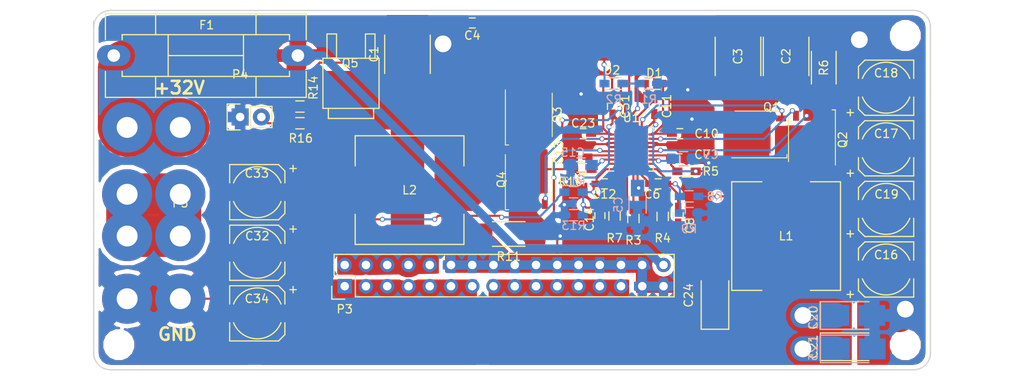
<source format=kicad_pcb>
(kicad_pcb (version 4) (host pcbnew 4.0.5+dfsg1-4)
  (title_block (title "La double Alimentation") (company Aigris) (comment 1 VOUT1=6V) (comment 2 VOUT2=12V))
  (layers (0 F.Cu signal) (31 B.Cu signal) (34 B.Paste user) (35 F.Paste user) (36 B.SilkS user) (37 F.SilkS user) (38 B.Mask user) (39 F.Mask user) (44 Edge.Cuts user))
  (net 0 "")
  (net 1 +BATT)
  (net 2 GND)
  (net 3 "Net-(C5-Pad1)")
  (net 4 FBCK1)
  (net 5 "Net-(C6-Pad2)")
  (net 6 "Net-(C7-Pad1)")
  (net 7 "Net-(C8-Pad2)")
  (net 8 "Net-(C9-Pad1)")
  (net 9 "Net-(C10-Pad1)")
  (net 10 "Net-(C11-Pad1)")
  (net 11 "Net-(C11-Pad2)")
  (net 12 FBCK2)
  (net 13 "Net-(C12-Pad2)")
  (net 14 "Net-(C13-Pad1)")
  (net 15 "Net-(C14-Pad2)")
  (net 16 "Net-(C15-Pad1)")
  (net 17 "Net-(C23-Pad1)")
  (net 18 "Net-(C31-Pad1)")
  (net 19 "Net-(C31-Pad2)")
  (net 20 "Net-(Q1-Pad2)")
  (net 21 "Net-(Q2-Pad2)")
  (net 22 "Net-(Q3-Pad2)")
  (net 23 "Net-(Q4-Pad2)")
  (net 24 "Net-(R1-Pad1)")
  (net 25 "Net-(R3-Pad1)")
  (net 26 "Net-(U1-Pad8)")
  (net 27 "Net-(U1-Pad11)")
  (net 28 "Net-(U1-Pad17)")
  (net 29 VOUT1)
  (net 30 VOUT2)
  (net 31 VBATT)
  (net 32 "Net-(F1-Pad1)")
  (net 33 "Net-(P4-Pad2)")
  (net 34 "Net-(Q5-Pad1)")
  (net 35 "Net-(P2-Pad1)")
  (net 36 "Net-(Q2-Pad1)")
  (net 37 "Net-(Q4-Pad1)")
  (module Socket_Strips:Socket_Strip_Straight_1x02 (layer F.Cu) (at 106.5 110.75)
    (fp_text reference P4 (at 0 -5.1) (layer F.SilkS))
    (fp_text value ARU)
    (pad 1 thru_hole rect (at 0 0) (size 2.032 2.032) (drill 1.016) (layers *.Cu *.Mask) (net 2 GND))
    (pad 2 thru_hole oval (at 2.54 0) (size 2.032 2.032) (drill 1.016) (layers *.Cu *.Mask) (net 33 "Net-(P4-Pad2)"))
  )
  (module Inductors:Inductor_Wurth_HCI-1365 (layer F.Cu) (at 171.75 125 270)
    (fp_text reference L1 (at 0 0 360) (layer F.SilkS))
    (fp_text value 6.1uH)
    (pad 1 smd rect (at -5.25 0 270) (size 4.5 5) (layers F.Cu F.Paste F.Mask) (net 10 "Net-(C11-Pad1)"))
    (pad 2 smd rect (at 5.25 0 270) (size 4.5 5) (layers F.Cu F.Paste F.Mask) (net 29 VOUT1))
  )
  (module Fuse_Holders_and_Fuses:Fuseholder5x20_horiz_SemiClosed_Casing10x25mm (layer F.Cu) (at 102.40074 103.4)
    (fp_text reference F1 (at 0.09926 -3.65) (layer F.SilkS))
    (fp_text value 15A)
    (pad 2 thru_hole oval (at 11.00074 0 270) (size 2.49936 4.0005) (drill 1.50114) (layers *.Cu *.Mask) (net 31 VBATT))
    (pad 1 thru_hole oval (at -11.00074 0 270) (size 2.49936 4.0005) (drill 1.50114) (layers *.Cu *.Mask) (net 32 "Net-(F1-Pad1)"))
  )
  (module Mounting_Holes:MountingHole_2.7mm_M2.5_ISO14580 (layer F.Cu) (at 186 101)
    (fp_text reference "" (at 0 -3.25) (layer F.SilkS))
    (fp_text value MountingHole_2.7mm_M2.5_ISO14580)
    (pad 1 np_thru_hole circle (at 0 0) (size 2.7 2.7) (drill 2.7) (layers *.Cu *.Mask))
  )
  (module Mounting_Holes:MountingHole_2.7mm_M2.5_ISO14580 (layer F.Cu) (at 186 138)
    (fp_text reference "" (at 0 -3.25) (layer F.SilkS))
    (fp_text value MountingHole_2.7mm_M2.5_ISO14580)
    (pad 1 np_thru_hole circle (at 0 0) (size 2.7 2.7) (drill 2.7) (layers *.Cu *.Mask))
  )
  (module Pin_Headers:Pin_Header_Straight_2x16 (layer F.Cu) (at 119 131 90)
    (fp_text reference P3 (at -2.75 0 180) (layer F.SilkS))
    (fp_text value ALIM_PW1)
    (pad 1 thru_hole rect (at 0 0 90) (size 1.7272 1.7272) (drill 1.016) (layers *.Cu *.Mask) (net 30 VOUT2))
    (pad 2 thru_hole oval (at 2.54 0 90) (size 1.7272 1.7272) (drill 1.016) (layers *.Cu *.Mask) (net 1 +BATT))
    (pad 3 thru_hole oval (at 0 2.54 90) (size 1.7272 1.7272) (drill 1.016) (layers *.Cu *.Mask) (net 30 VOUT2))
    (pad 4 thru_hole oval (at 2.54 2.54 90) (size 1.7272 1.7272) (drill 1.016) (layers *.Cu *.Mask) (net 1 +BATT))
    (pad 5 thru_hole oval (at 0 5.08 90) (size 1.7272 1.7272) (drill 1.016) (layers *.Cu *.Mask) (net 30 VOUT2))
    (pad 6 thru_hole oval (at 2.54 5.08 90) (size 1.7272 1.7272) (drill 1.016) (layers *.Cu *.Mask) (net 1 +BATT))
    (pad 7 thru_hole oval (at 0 7.62 90) (size 1.7272 1.7272) (drill 1.016) (layers *.Cu *.Mask) (net 30 VOUT2))
    (pad 8 thru_hole oval (at 2.54 7.62 90) (size 1.7272 1.7272) (drill 1.016) (layers *.Cu *.Mask) (net 1 +BATT))
    (pad 9 thru_hole oval (at 0 10.16 90) (size 1.7272 1.7272) (drill 1.016) (layers *.Cu *.Mask) (net 30 VOUT2))
    (pad 10 thru_hole oval (at 2.54 10.16 90) (size 1.7272 1.7272) (drill 1.016) (layers *.Cu *.Mask) (net 1 +BATT))
    (pad 11 thru_hole oval (at 0 12.7 90) (size 1.7272 1.7272) (drill 1.016) (layers *.Cu *.Mask) (net 30 VOUT2))
    (pad 12 thru_hole oval (at 2.54 12.7 90) (size 1.7272 1.7272) (drill 1.016) (layers *.Cu *.Mask) (net 2 GND))
    (pad 13 thru_hole oval (at 0 15.24 90) (size 1.7272 1.7272) (drill 1.016) (layers *.Cu *.Mask) (net 30 VOUT2))
    (pad 14 thru_hole oval (at 2.54 15.24 90) (size 1.7272 1.7272) (drill 1.016) (layers *.Cu *.Mask) (net 2 GND))
    (pad 15 thru_hole oval (at 0 17.78 90) (size 1.7272 1.7272) (drill 1.016) (layers *.Cu *.Mask) (net 29 VOUT1))
    (pad 16 thru_hole oval (at 2.54 17.78 90) (size 1.7272 1.7272) (drill 1.016) (layers *.Cu *.Mask) (net 2 GND))
    (pad 17 thru_hole oval (at 0 20.32 90) (size 1.7272 1.7272) (drill 1.016) (layers *.Cu *.Mask) (net 29 VOUT1))
    (pad 18 thru_hole oval (at 2.54 20.32 90) (size 1.7272 1.7272) (drill 1.016) (layers *.Cu *.Mask) (net 2 GND))
    (pad 19 thru_hole oval (at 0 22.86 90) (size 1.7272 1.7272) (drill 1.016) (layers *.Cu *.Mask) (net 29 VOUT1))
    (pad 20 thru_hole oval (at 2.54 22.86 90) (size 1.7272 1.7272) (drill 1.016) (layers *.Cu *.Mask) (net 2 GND))
    (pad 21 thru_hole oval (at 0 25.4 90) (size 1.7272 1.7272) (drill 1.016) (layers *.Cu *.Mask) (net 29 VOUT1))
    (pad 22 thru_hole oval (at 2.54 25.4 90) (size 1.7272 1.7272) (drill 1.016) (layers *.Cu *.Mask) (net 2 GND))
    (pad 23 thru_hole oval (at 0 27.94 90) (size 1.7272 1.7272) (drill 1.016) (layers *.Cu *.Mask) (net 29 VOUT1))
    (pad 24 thru_hole oval (at 2.54 27.94 90) (size 1.7272 1.7272) (drill 1.016) (layers *.Cu *.Mask) (net 2 GND))
    (pad 25 thru_hole oval (at 0 30.48 90) (size 1.7272 1.7272) (drill 1.016) (layers *.Cu *.Mask) (net 29 VOUT1))
    (pad 26 thru_hole oval (at 2.54 30.48 90) (size 1.7272 1.7272) (drill 1.016) (layers *.Cu *.Mask) (net 2 GND))
    (pad 27 thru_hole oval (at 0 33.02 90) (size 1.7272 1.7272) (drill 1.016) (layers *.Cu *.Mask) (net 29 VOUT1))
    (pad 28 thru_hole oval (at 2.54 33.02 90) (size 1.7272 1.7272) (drill 1.016) (layers *.Cu *.Mask) (net 2 GND))
    (pad 29 thru_hole oval (at 0 35.56 90) (size 1.7272 1.7272) (drill 1.016) (layers *.Cu *.Mask) (net 2 GND))
    (pad 30 thru_hole oval (at 2.54 35.56 90) (size 1.7272 1.7272) (drill 1.016) (layers *.Cu *.Mask) (net 2 GND))
    (pad 31 thru_hole oval (at 0 38.1 90) (size 1.7272 1.7272) (drill 1.016) (layers *.Cu *.Mask) (net 2 GND))
    (pad 32 thru_hole oval (at 2.54 38.1 90) (size 1.7272 1.7272) (drill 1.016) (layers *.Cu *.Mask) (net 31 VBATT))
  )
  (module TO_SOT_Packages_SMD:SOT-428 (layer F.Cu) (at 119.75 105.30068 180)
    (fp_text reference Q5 (at 0.09906 1.00076 180) (layer F.SilkS))
    (fp_text value Q_PMOS_GDS)
    (pad 1 smd rect (at -2.27584 3.44932 180) (size 1.50114 2.49936) (layers F.Cu F.Paste F.Mask) (net 34 "Net-(Q5-Pad1)"))
    (pad 3 smd rect (at 2.27584 3.44932 180) (size 1.50114 2.49936) (layers F.Cu F.Paste F.Mask) (net 31 VBATT))
    (pad 2 smd rect (at 0 -3.44932 180) (size 7.00024 7.00024) (layers F.Cu F.Paste F.Mask) (net 1 +BATT))
  )
  (module Resistors_SMD:R_0603_HandSoldering (layer F.Cu) (at 113.65 109.5)
    (fp_text reference R14 (at 1.6 -2.25 90) (layer F.SilkS))
    (fp_text value 10k)
    (pad 1 smd rect (at -1.1 0) (size 1.2 0.9) (layers F.Cu F.Paste F.Mask) (net 31 VBATT))
    (pad 2 smd rect (at 1.1 0) (size 1.2 0.9) (layers F.Cu F.Paste F.Mask) (net 34 "Net-(Q5-Pad1)"))
  )
  (module Resistors_SMD:R_0603_HandSoldering (layer F.Cu) (at 113.65 111.5 180)
    (fp_text reference R16 (at -0.1 -1.8 180) (layer F.SilkS))
    (fp_text value 7.15k)
    (pad 1 smd rect (at -1.1 0 180) (size 1.2 0.9) (layers F.Cu F.Paste F.Mask) (net 34 "Net-(Q5-Pad1)"))
    (pad 2 smd rect (at 1.1 0 180) (size 1.2 0.9) (layers F.Cu F.Paste F.Mask) (net 33 "Net-(P4-Pad2)"))
  )
  (module Mounting_Holes:MountingHole_2.7mm_M2.5_ISO14580 (layer F.Cu) (at 92 138)
    (fp_text reference "" (at -6.25 2.75) (layer F.SilkS))
    (fp_text value MountingHole_2.7mm_M2.5_ISO14580)
    (pad 1 np_thru_hole circle (at 0 0) (size 2.7 2.7) (drill 2.7) (layers *.Cu *.Mask))
  )
  (module kicad-library:WireConnection_2.50mm (layer F.Cu) (at 99.35 112 180)
    (fp_text reference P1 (at 0 0 180) (layer F.SilkS))
    (fp_text value BAT1+)
    (pad 1 thru_hole circle (at 0 0 180) (size 5.99948 5.99948) (drill 2.49936) (layers *.Cu *.Mask) (net 32 "Net-(F1-Pad1)"))
    (pad 1 thru_hole circle (at 6.35 0 180) (size 5.99948 5.99948) (drill 2.49936) (layers *.Cu *.Mask) (net 32 "Net-(F1-Pad1)"))
  )
  (module kicad-library:WireConnection_2.50mm (layer F.Cu) (at 99.35 120 180)
    (fp_text reference P2 (at 0 0 180) (layer F.SilkS))
    (fp_text value BAT1-)
    (pad 1 thru_hole circle (at 0 0 180) (size 5.99948 5.99948) (drill 2.49936) (layers *.Cu *.Mask) (net 35 "Net-(P2-Pad1)"))
    (pad 1 thru_hole circle (at 6.35 0 180) (size 5.99948 5.99948) (drill 2.49936) (layers *.Cu *.Mask) (net 35 "Net-(P2-Pad1)"))
  )
  (module kicad-library:WireConnection_2.50mm (layer F.Cu) (at 99.35 125 180)
    (fp_text reference P5 (at 0 3.937 180) (layer F.SilkS))
    (fp_text value BAT2+)
    (pad 1 thru_hole circle (at 0 0 180) (size 5.99948 5.99948) (drill 2.49936) (layers *.Cu *.Mask) (net 35 "Net-(P2-Pad1)"))
    (pad 1 thru_hole circle (at 6.35 0 180) (size 5.99948 5.99948) (drill 2.49936) (layers *.Cu *.Mask) (net 35 "Net-(P2-Pad1)"))
  )
  (module kicad-library:WireConnection_2.50mm (layer F.Cu) (at 99.35 132.5 180)
    (fp_text reference P6 (at 0 7.25 180) (layer F.SilkS))
    (fp_text value BAT2-)
    (pad 1 thru_hole circle (at 0 0 180) (size 5.99948 5.99948) (drill 2.49936) (layers *.Cu *.Mask) (net 2 GND))
    (pad 1 thru_hole circle (at 6.35 0 180) (size 5.99948 5.99948) (drill 2.49936) (layers *.Cu *.Mask) (net 2 GND))
  )
  (module Capacitors_SMD:C_2220_HandSoldering (layer F.Cu) (at 126.5 103.25 90)
    (fp_text reference C1 (at 0 -4 90) (layer F.SilkS))
    (fp_text value 15uF)
    (pad 1 smd rect (at -3.5 0 90) (size 2.4 5) (layers F.Cu F.Paste F.Mask) (net 1 +BATT))
    (pad 2 smd rect (at 3.5 0 90) (size 2.4 5) (layers F.Cu F.Paste F.Mask) (net 2 GND))
  )
  (module Capacitors_SMD:C_2220_HandSoldering (layer F.Cu) (at 171.75 103.5 90)
    (fp_text reference C2 (at 0 0 90) (layer F.SilkS))
    (fp_text value 15uF)
    (pad 1 smd rect (at -3.5 0 90) (size 2.4 5) (layers F.Cu F.Paste F.Mask) (net 1 +BATT))
    (pad 2 smd rect (at 3.5 0 90) (size 2.4 5) (layers F.Cu F.Paste F.Mask) (net 2 GND))
  )
  (module Capacitors_SMD:C_2220_HandSoldering (layer F.Cu) (at 166 103.5 90)
    (fp_text reference C3 (at 0 0 90) (layer F.SilkS))
    (fp_text value 15uF)
    (pad 1 smd rect (at -3.5 0 90) (size 2.4 5) (layers F.Cu F.Paste F.Mask) (net 1 +BATT))
    (pad 2 smd rect (at 3.5 0 90) (size 2.4 5) (layers F.Cu F.Paste F.Mask) (net 2 GND))
  )
  (module Capacitors_SMD:C_0603_HandSoldering (layer F.Cu) (at 134.25 99.5 180)
    (fp_text reference C4 (at 0 -1.5 180) (layer F.SilkS))
    (fp_text value 100nF)
    (pad 1 smd rect (at -0.95 0 180) (size 1.2 0.75) (layers F.Cu F.Paste F.Mask) (net 1 +BATT))
    (pad 2 smd rect (at 0.95 0 180) (size 1.2 0.75) (layers F.Cu F.Paste F.Mask) (net 2 GND))
  )
  (module Capacitors_SMD:C_1206_HandSoldering (layer B.Cu) (at 154 121.25 270)
    (fp_text reference C5 (at 0 2.3 270) (layer B.SilkS) (effects (justify mirror)))
    (fp_text value 470nF)
    (pad 1 smd rect (at -2 0 270) (size 2 1.6) (layers B.Cu B.Paste B.Mask) (net 3 "Net-(C5-Pad1)"))
    (pad 2 smd rect (at 2 0 270) (size 2 1.6) (layers B.Cu B.Paste B.Mask) (net 2 GND))
  )
  (module Capacitors_SMD:C_0603_HandSoldering (layer F.Cu) (at 156.45 118.75 180)
    (fp_text reference C6 (at 0.7 -1.25 180) (layer F.SilkS))
    (fp_text value 100pF)
    (pad 1 smd rect (at -0.95 0 180) (size 1.2 0.75) (layers F.Cu F.Paste F.Mask) (net 4 FBCK1))
    (pad 2 smd rect (at 0.95 0 180) (size 1.2 0.75) (layers F.Cu F.Paste F.Mask) (net 5 "Net-(C6-Pad2)"))
  )
  (module Capacitors_SMD:C_0603_HandSoldering (layer F.Cu) (at 158.95 115.75)
    (fp_text reference C7 (at 2.8 -0.5) (layer F.SilkS))
    (fp_text value 820pF)
    (pad 1 smd rect (at -0.95 0) (size 1.2 0.75) (layers F.Cu F.Paste F.Mask) (net 6 "Net-(C7-Pad1)"))
    (pad 2 smd rect (at 0.95 0) (size 1.2 0.75) (layers F.Cu F.Paste F.Mask) (net 2 GND))
  )
  (module Capacitors_SMD:C_0603_HandSoldering (layer F.Cu) (at 158.85 122.55 270)
    (fp_text reference C8 (at 1.2 -1.4 270) (layer F.SilkS))
    (fp_text value 3.3nF)
    (pad 1 smd rect (at -0.95 0 270) (size 1.2 0.75) (layers F.Cu F.Paste F.Mask) (net 4 FBCK1))
    (pad 2 smd rect (at 0.95 0 270) (size 1.2 0.75) (layers F.Cu F.Paste F.Mask) (net 7 "Net-(C8-Pad2)"))
  )
  (module Capacitors_SMD:C_0805_HandSoldering (layer B.Cu) (at 159.5 115.75)
    (fp_text reference C9 (at 3.25 -0.5) (layer B.SilkS) (effects (justify mirror)))
    (fp_text value 15nF)
    (pad 1 smd rect (at -1.25 0) (size 1.5 1.25) (layers B.Cu B.Paste B.Mask) (net 8 "Net-(C9-Pad1)"))
    (pad 2 smd rect (at 1.25 0) (size 1.5 1.25) (layers B.Cu B.Paste B.Mask) (net 2 GND))
  )
  (module Capacitors_SMD:C_0603_HandSoldering (layer F.Cu) (at 159.05 112.75)
    (fp_text reference C10 (at 3.2 0) (layer F.SilkS))
    (fp_text value 470nF)
    (pad 1 smd rect (at -0.95 0) (size 1.2 0.75) (layers F.Cu F.Paste F.Mask) (net 9 "Net-(C10-Pad1)"))
    (pad 2 smd rect (at 0.95 0) (size 1.2 0.75) (layers F.Cu F.Paste F.Mask) (net 2 GND))
  )
  (module Capacitors_SMD:C_0603_HandSoldering (layer F.Cu) (at 156 109.45 90)
    (fp_text reference C11 (at 0 1.5 90) (layer F.SilkS))
    (fp_text value 100nF)
    (pad 1 smd rect (at -0.95 0 90) (size 1.2 0.75) (layers F.Cu F.Paste F.Mask) (net 10 "Net-(C11-Pad1)"))
    (pad 2 smd rect (at 0.95 0 90) (size 1.2 0.75) (layers F.Cu F.Paste F.Mask) (net 11 "Net-(C11-Pad2)"))
  )
  (module Capacitors_SMD:C_0603_HandSoldering (layer F.Cu) (at 150.05 118.75)
    (fp_text reference C12 (at -0.05 1.25) (layer F.SilkS))
    (fp_text value 82pF)
    (pad 1 smd rect (at -0.95 0) (size 1.2 0.75) (layers F.Cu F.Paste F.Mask) (net 12 FBCK2))
    (pad 2 smd rect (at 0.95 0) (size 1.2 0.75) (layers F.Cu F.Paste F.Mask) (net 13 "Net-(C12-Pad2)"))
  )
  (module Capacitors_SMD:C_0603_HandSoldering (layer F.Cu) (at 147.05 115.5 180)
    (fp_text reference C13 (at 2.45 0.5 450) (layer F.SilkS))
    (fp_text value 820pF)
    (pad 1 smd rect (at -0.95 0 180) (size 1.2 0.75) (layers F.Cu F.Paste F.Mask) (net 14 "Net-(C13-Pad1)"))
    (pad 2 smd rect (at 0.95 0 180) (size 1.2 0.75) (layers F.Cu F.Paste F.Mask) (net 2 GND))
  )
  (module Capacitors_SMD:C_0603_HandSoldering (layer F.Cu) (at 149.5 122.55 270)
    (fp_text reference C14 (at 0.45 1.25 270) (layer F.SilkS))
    (fp_text value 4.7nF)
    (pad 1 smd rect (at -0.95 0 270) (size 1.2 0.75) (layers F.Cu F.Paste F.Mask) (net 12 FBCK2))
    (pad 2 smd rect (at 0.95 0 270) (size 1.2 0.75) (layers F.Cu F.Paste F.Mask) (net 15 "Net-(C14-Pad2)"))
  )
  (module Capacitors_SMD:C_0805_HandSoldering (layer B.Cu) (at 147.25 116.5 180)
    (fp_text reference C15 (at 1 1.5 180) (layer B.SilkS) (effects (justify mirror)))
    (fp_text value 15nF)
    (pad 1 smd rect (at -1.25 0 180) (size 1.5 1.25) (layers B.Cu B.Paste B.Mask) (net 16 "Net-(C15-Pad1)"))
    (pad 2 smd rect (at 1.25 0 180) (size 1.5 1.25) (layers B.Cu B.Paste B.Mask) (net 2 GND))
  )
  (module Capacitors_SMD:c_elec_6.3x7.7 (layer F.Cu) (at 183.7 129)
    (fp_text reference C16 (at 0 -1.75) (layer F.SilkS))
    (fp_text value 270uF)
    (fp_text user + (at -4.2799 2.9083) (layer F.SilkS))
    (pad 1 smd rect (at -2.7 0 180) (size 3.5 1.6) (layers F.Cu F.Paste F.Mask) (net 29 VOUT1))
    (pad 2 smd rect (at 2.7 0 180) (size 3.5 1.6) (layers F.Cu F.Paste F.Mask) (net 2 GND))
  )
  (module Capacitors_SMD:c_elec_6.3x7.7 (layer F.Cu) (at 183.7 114.5)
    (fp_text reference C17 (at 0 -1.75) (layer F.SilkS))
    (fp_text value 270uF)
    (fp_text user + (at -4.2799 2.9083) (layer F.SilkS))
    (pad 1 smd rect (at -2.7 0 180) (size 3.5 1.6) (layers F.Cu F.Paste F.Mask) (net 29 VOUT1))
    (pad 2 smd rect (at 2.7 0 180) (size 3.5 1.6) (layers F.Cu F.Paste F.Mask) (net 2 GND))
  )
  (module Capacitors_SMD:c_elec_6.3x7.7 (layer F.Cu) (at 183.7 107.25)
    (fp_text reference C18 (at 0 -1.75) (layer F.SilkS))
    (fp_text value 270uF)
    (fp_text user + (at -4.2799 2.9083) (layer F.SilkS))
    (pad 1 smd rect (at -2.7 0 180) (size 3.5 1.6) (layers F.Cu F.Paste F.Mask) (net 29 VOUT1))
    (pad 2 smd rect (at 2.7 0 180) (size 3.5 1.6) (layers F.Cu F.Paste F.Mask) (net 2 GND))
  )
  (module Capacitors_SMD:c_elec_6.3x7.7 (layer F.Cu) (at 183.7 121.75)
    (fp_text reference C19 (at 0.05 -1.75) (layer F.SilkS))
    (fp_text value 270uF)
    (fp_text user + (at -4.2799 2.9083) (layer F.SilkS))
    (pad 1 smd rect (at -2.7 0 180) (size 3.5 1.6) (layers F.Cu F.Paste F.Mask) (net 29 VOUT1))
    (pad 2 smd rect (at 2.7 0 180) (size 3.5 1.6) (layers F.Cu F.Paste F.Mask) (net 2 GND))
  )
  (module Capacitors_Tantalum_SMD:Tantalum_Case-B_EIA-3528-21_Hand (layer F.Cu) (at 179.9 134.5)
    (fp_text reference C20 (at -4.9 0.25 90) (layer F.SilkS))
    (fp_text value 100uF)
    (pad 1 smd rect (at -2.15 0) (size 3.2 2.5) (layers F.Cu F.Paste F.Mask) (net 29 VOUT1))
    (pad 2 smd rect (at 2.15 0) (size 3.2 2.5) (layers F.Cu F.Paste F.Mask) (net 2 GND))
  )
  (module Capacitors_Tantalum_SMD:Tantalum_Case-B_EIA-3528-21_Hand (layer F.Cu) (at 179.9 138.25)
    (fp_text reference C21 (at -4.9 0 90) (layer F.SilkS))
    (fp_text value 100uF)
    (pad 1 smd rect (at -2.15 0) (size 3.2 2.5) (layers F.Cu F.Paste F.Mask) (net 29 VOUT1))
    (pad 2 smd rect (at 2.15 0) (size 3.2 2.5) (layers F.Cu F.Paste F.Mask) (net 2 GND))
  )
  (module Capacitors_Tantalum_SMD:Tantalum_Case-B_EIA-3528-21_Hand (layer B.Cu) (at 179.85 134.5)
    (fp_text reference C22 (at -4.85 0.25 90) (layer B.SilkS) (effects (justify mirror)))
    (fp_text value 100uF)
    (pad 1 smd rect (at -2.15 0) (size 3.2 2.5) (layers B.Cu B.Paste B.Mask) (net 29 VOUT1))
    (pad 2 smd rect (at 2.15 0) (size 3.2 2.5) (layers B.Cu B.Paste B.Mask) (net 2 GND))
  )
  (module Capacitors_SMD:C_0603_HandSoldering (layer F.Cu) (at 147.5 112.75 180)
    (fp_text reference C23 (at 0 1.25 180) (layer F.SilkS))
    (fp_text value 470nF)
    (pad 1 smd rect (at -0.95 0 180) (size 1.2 0.75) (layers F.Cu F.Paste F.Mask) (net 17 "Net-(C23-Pad1)"))
    (pad 2 smd rect (at 0.95 0 180) (size 1.2 0.75) (layers F.Cu F.Paste F.Mask) (net 2 GND))
  )
  (module Capacitors_Tantalum_SMD:Tantalum_Case-B_EIA-3528-21_Hand (layer F.Cu) (at 163.25 132.1 90)
    (fp_text reference C24 (at 0 -3.15 90) (layer F.SilkS))
    (fp_text value 100uF)
    (pad 1 smd rect (at -2.15 0 90) (size 3.2 2.5) (layers F.Cu F.Paste F.Mask) (net 29 VOUT1))
    (pad 2 smd rect (at 2.15 0 90) (size 3.2 2.5) (layers F.Cu F.Paste F.Mask) (net 2 GND))
  )
  (module Capacitors_Tantalum_SMD:Tantalum_Case-B_EIA-3528-21_Hand (layer B.Cu) (at 179.9 138.5)
    (fp_text reference C25 (at -4.9 0 90) (layer B.SilkS) (effects (justify mirror)))
    (fp_text value 100uF)
    (pad 1 smd rect (at -2.15 0) (size 3.2 2.5) (layers B.Cu B.Paste B.Mask) (net 29 VOUT1))
    (pad 2 smd rect (at 2.15 0) (size 3.2 2.5) (layers B.Cu B.Paste B.Mask) (net 2 GND))
  )
  (module Capacitors_SMD:C_0603_HandSoldering (layer F.Cu) (at 151 109.5 270)
    (fp_text reference C31 (at 0 -1.5 270) (layer F.SilkS))
    (fp_text value 100nF)
    (pad 1 smd rect (at -0.95 0 270) (size 1.2 0.75) (layers F.Cu F.Paste F.Mask) (net 18 "Net-(C31-Pad1)"))
    (pad 2 smd rect (at 0.95 0 270) (size 1.2 0.75) (layers F.Cu F.Paste F.Mask) (net 19 "Net-(C31-Pad2)"))
  )
  (module Capacitors_SMD:c_elec_6.3x7.7 (layer F.Cu) (at 108.55 127 180)
    (fp_text reference C32 (at 0 2 180) (layer F.SilkS))
    (fp_text value 270uF)
    (fp_text user + (at -4.2799 2.9083 180) (layer F.SilkS))
    (pad 1 smd rect (at -2.7 0) (size 3.5 1.6) (layers F.Cu F.Paste F.Mask) (net 30 VOUT2))
    (pad 2 smd rect (at 2.7 0) (size 3.5 1.6) (layers F.Cu F.Paste F.Mask) (net 2 GND))
  )
  (module Capacitors_SMD:c_elec_6.3x7.7 (layer F.Cu) (at 108.55 119.75 180)
    (fp_text reference C33 (at 0.05 2.25 180) (layer F.SilkS))
    (fp_text value 270uF)
    (fp_text user + (at -4.2799 2.9083 180) (layer F.SilkS))
    (pad 1 smd rect (at -2.7 0) (size 3.5 1.6) (layers F.Cu F.Paste F.Mask) (net 30 VOUT2))
    (pad 2 smd rect (at 2.7 0) (size 3.5 1.6) (layers F.Cu F.Paste F.Mask) (net 2 GND))
  )
  (module Capacitors_SMD:c_elec_6.3x7.7 (layer F.Cu) (at 108.55 134.25 180)
    (fp_text reference C34 (at 0.05 1.75 180) (layer F.SilkS))
    (fp_text value 270uF)
    (fp_text user + (at -4.2799 2.9083 180) (layer F.SilkS))
    (pad 1 smd rect (at -2.7 0) (size 3.5 1.6) (layers F.Cu F.Paste F.Mask) (net 30 VOUT2))
    (pad 2 smd rect (at 2.7 0) (size 3.5 1.6) (layers F.Cu F.Paste F.Mask) (net 2 GND))
  )
  (module Diodes_SMD:D_0805 (layer F.Cu) (at 156 106.75)
    (fp_text reference D1 (at 0 -1.25) (layer F.SilkS))
    (fp_text value 500mV@50V)
    (pad 1 smd rect (at -1.05 0) (size 0.8 0.9) (layers F.Cu F.Paste F.Mask) (net 11 "Net-(C11-Pad2)"))
    (pad 2 smd rect (at 1.05 0) (size 0.8 0.9) (layers F.Cu F.Paste F.Mask) (net 9 "Net-(C10-Pad1)"))
  )
  (module Diodes_SMD:D_0805 (layer F.Cu) (at 150.95 106.75 180)
    (fp_text reference D2 (at 0 1.6 180) (layer F.SilkS))
    (fp_text value 500mV@50V)
    (pad 1 smd rect (at -1.05 0 180) (size 0.8 0.9) (layers F.Cu F.Paste F.Mask) (net 18 "Net-(C31-Pad1)"))
    (pad 2 smd rect (at 1.05 0 180) (size 0.8 0.9) (layers F.Cu F.Paste F.Mask) (net 17 "Net-(C23-Pad1)"))
  )
  (module Inductors:Inductor_Wurth_HCI-1365 (layer F.Cu) (at 126.75 119.5 180)
    (fp_text reference L2 (at 0 0 180) (layer F.SilkS))
    (fp_text value 10uH)
    (pad 1 smd rect (at -5.25 0 180) (size 4.5 5) (layers F.Cu F.Paste F.Mask) (net 19 "Net-(C31-Pad2)"))
    (pad 2 smd rect (at 5.25 0 180) (size 4.5 5) (layers F.Cu F.Paste F.Mask) (net 30 VOUT2))
  )
  (module kicad-library:TDSON8_MOSFET (layer F.Cu) (at 168.25 112.84 180)
    (fp_text reference Q1 (at -1.75 3.25 180) (layer F.SilkS))
    (fp_text value Q_NMOS_SGD)
    (pad 1 smd rect (at -2.9 -1.91 90) (size 0.7 1.2) (layers F.Cu F.Paste F.Mask) (net 10 "Net-(C11-Pad1)"))
    (pad 1 smd rect (at -2.9 -0.64 90) (size 0.7 1.2) (layers F.Cu F.Paste F.Mask) (net 10 "Net-(C11-Pad1)"))
    (pad 1 smd rect (at -2.9 0.64 90) (size 0.7 1.2) (layers F.Cu F.Paste F.Mask) (net 10 "Net-(C11-Pad1)"))
    (pad 2 smd rect (at -2.9 1.91 90) (size 0.7 1.2) (layers F.Cu F.Paste F.Mask) (net 20 "Net-(Q1-Pad2)"))
    (pad 3 smd rect (at 2.9 1.91 90) (size 0.7 1.2) (layers F.Cu F.Paste F.Mask) (net 1 +BATT))
    (pad 3 smd rect (at 2.9 0.64 90) (size 0.7 1.2) (layers F.Cu F.Paste F.Mask) (net 1 +BATT))
    (pad 3 smd rect (at 2.9 -0.64 90) (size 0.7 1.2) (layers F.Cu F.Paste F.Mask) (net 1 +BATT))
    (pad 3 smd rect (at 2.9 -1.91 90) (size 0.7 1.2) (layers F.Cu F.Paste F.Mask) (net 1 +BATT))
    (pad 3 smd rect (at 0.5 0 90) (size 4.5 4.29) (layers F.Cu F.Paste F.Mask) (net 1 +BATT))
    (pad 3 smd rect (at 1.25 -1.09 90) (size 1.55 1.6) (layers F.Cu F.Paste F.Mask) (net 1 +BATT))
    (pad 3 smd rect (at 1.25 1.09 90) (size 1.55 1.6) (layers F.Cu F.Paste F.Mask) (net 1 +BATT))
    (pad 3 smd rect (at -0.75 -1.09 90) (size 1.55 1.2) (layers F.Cu F.Paste F.Mask) (net 1 +BATT))
    (pad 3 smd rect (at -0.75 1.09 90) (size 1.55 1.2) (layers F.Cu F.Paste F.Mask) (net 1 +BATT))
  )
  (module kicad-library:TDSON8_MOSFET (layer F.Cu) (at 174.84 113.5 270)
    (fp_text reference Q2 (at -0.02 -3.68 270) (layer F.SilkS))
    (fp_text value Q_NMOS_SGD)
    (pad 1 smd rect (at -2.9 -1.91 180) (size 0.7 1.2) (layers F.Cu F.Paste F.Mask) (net 36 "Net-(Q2-Pad1)"))
    (pad 1 smd rect (at -2.9 -0.64 180) (size 0.7 1.2) (layers F.Cu F.Paste F.Mask) (net 36 "Net-(Q2-Pad1)"))
    (pad 1 smd rect (at -2.9 0.64 180) (size 0.7 1.2) (layers F.Cu F.Paste F.Mask) (net 36 "Net-(Q2-Pad1)"))
    (pad 2 smd rect (at -2.9 1.91 180) (size 0.7 1.2) (layers F.Cu F.Paste F.Mask) (net 21 "Net-(Q2-Pad2)"))
    (pad 3 smd rect (at 2.9 1.91 180) (size 0.7 1.2) (layers F.Cu F.Paste F.Mask) (net 10 "Net-(C11-Pad1)"))
    (pad 3 smd rect (at 2.9 0.64 180) (size 0.7 1.2) (layers F.Cu F.Paste F.Mask) (net 10 "Net-(C11-Pad1)"))
    (pad 3 smd rect (at 2.9 -0.64 180) (size 0.7 1.2) (layers F.Cu F.Paste F.Mask) (net 10 "Net-(C11-Pad1)"))
    (pad 3 smd rect (at 2.9 -1.91 180) (size 0.7 1.2) (layers F.Cu F.Paste F.Mask) (net 10 "Net-(C11-Pad1)"))
    (pad 3 smd rect (at 0.5 0 180) (size 4.5 4.29) (layers F.Cu F.Paste F.Mask) (net 10 "Net-(C11-Pad1)"))
    (pad 3 smd rect (at 1.25 -1.09 180) (size 1.55 1.6) (layers F.Cu F.Paste F.Mask) (net 10 "Net-(C11-Pad1)"))
    (pad 3 smd rect (at 1.25 1.09 180) (size 1.55 1.6) (layers F.Cu F.Paste F.Mask) (net 10 "Net-(C11-Pad1)"))
    (pad 3 smd rect (at -0.75 -1.09 180) (size 1.55 1.2) (layers F.Cu F.Paste F.Mask) (net 10 "Net-(C11-Pad1)"))
    (pad 3 smd rect (at -0.75 1.09 180) (size 1.55 1.2) (layers F.Cu F.Paste F.Mask) (net 10 "Net-(C11-Pad1)"))
  )
  (module kicad-library:TDSON8_MOSFET (layer F.Cu) (at 141 110.5 90)
    (fp_text reference Q3 (at 0 3.41 90) (layer F.SilkS))
    (fp_text value Q_NMOS_SGD)
    (pad 1 smd rect (at -2.9 -1.91) (size 0.7 1.2) (layers F.Cu F.Paste F.Mask) (net 19 "Net-(C31-Pad2)"))
    (pad 1 smd rect (at -2.9 -0.64) (size 0.7 1.2) (layers F.Cu F.Paste F.Mask) (net 19 "Net-(C31-Pad2)"))
    (pad 1 smd rect (at -2.9 0.64) (size 0.7 1.2) (layers F.Cu F.Paste F.Mask) (net 19 "Net-(C31-Pad2)"))
    (pad 2 smd rect (at -2.9 1.91) (size 0.7 1.2) (layers F.Cu F.Paste F.Mask) (net 22 "Net-(Q3-Pad2)"))
    (pad 3 smd rect (at 2.9 1.91) (size 0.7 1.2) (layers F.Cu F.Paste F.Mask) (net 1 +BATT))
    (pad 3 smd rect (at 2.9 0.64) (size 0.7 1.2) (layers F.Cu F.Paste F.Mask) (net 1 +BATT))
    (pad 3 smd rect (at 2.9 -0.64) (size 0.7 1.2) (layers F.Cu F.Paste F.Mask) (net 1 +BATT))
    (pad 3 smd rect (at 2.9 -1.91) (size 0.7 1.2) (layers F.Cu F.Paste F.Mask) (net 1 +BATT))
    (pad 3 smd rect (at 0.5 0) (size 4.5 4.29) (layers F.Cu F.Paste F.Mask) (net 1 +BATT))
    (pad 3 smd rect (at 1.25 -1.09) (size 1.55 1.6) (layers F.Cu F.Paste F.Mask) (net 1 +BATT))
    (pad 3 smd rect (at 1.25 1.09) (size 1.55 1.6) (layers F.Cu F.Paste F.Mask) (net 1 +BATT))
    (pad 3 smd rect (at -0.75 -1.09) (size 1.55 1.2) (layers F.Cu F.Paste F.Mask) (net 1 +BATT))
    (pad 3 smd rect (at -0.75 1.09) (size 1.55 1.2) (layers F.Cu F.Paste F.Mask) (net 1 +BATT))
  )
  (module kicad-library:TDSON8_MOSFET (layer F.Cu) (at 141 118.25 90)
    (fp_text reference Q4 (at 0 -3.25 90) (layer F.SilkS))
    (fp_text value Q_NMOS_SGD)
    (pad 1 smd rect (at -2.9 -1.91) (size 0.7 1.2) (layers F.Cu F.Paste F.Mask) (net 37 "Net-(Q4-Pad1)"))
    (pad 1 smd rect (at -2.9 -0.64) (size 0.7 1.2) (layers F.Cu F.Paste F.Mask) (net 37 "Net-(Q4-Pad1)"))
    (pad 1 smd rect (at -2.9 0.64) (size 0.7 1.2) (layers F.Cu F.Paste F.Mask) (net 37 "Net-(Q4-Pad1)"))
    (pad 2 smd rect (at -2.9 1.91) (size 0.7 1.2) (layers F.Cu F.Paste F.Mask) (net 23 "Net-(Q4-Pad2)"))
    (pad 3 smd rect (at 2.9 1.91) (size 0.7 1.2) (layers F.Cu F.Paste F.Mask) (net 19 "Net-(C31-Pad2)"))
    (pad 3 smd rect (at 2.9 0.64) (size 0.7 1.2) (layers F.Cu F.Paste F.Mask) (net 19 "Net-(C31-Pad2)"))
    (pad 3 smd rect (at 2.9 -0.64) (size 0.7 1.2) (layers F.Cu F.Paste F.Mask) (net 19 "Net-(C31-Pad2)"))
    (pad 3 smd rect (at 2.9 -1.91) (size 0.7 1.2) (layers F.Cu F.Paste F.Mask) (net 19 "Net-(C31-Pad2)"))
    (pad 3 smd rect (at 0.5 0) (size 4.5 4.29) (layers F.Cu F.Paste F.Mask) (net 19 "Net-(C31-Pad2)"))
    (pad 3 smd rect (at 1.25 -1.09) (size 1.55 1.6) (layers F.Cu F.Paste F.Mask) (net 19 "Net-(C31-Pad2)"))
    (pad 3 smd rect (at 1.25 1.09) (size 1.55 1.6) (layers F.Cu F.Paste F.Mask) (net 19 "Net-(C31-Pad2)"))
    (pad 3 smd rect (at -0.75 -1.09) (size 1.55 1.2) (layers F.Cu F.Paste F.Mask) (net 19 "Net-(C31-Pad2)"))
    (pad 3 smd rect (at -0.75 1.09) (size 1.55 1.2) (layers F.Cu F.Paste F.Mask) (net 19 "Net-(C31-Pad2)"))
  )
  (module Resistors_SMD:R_0603_HandSoldering (layer B.Cu) (at 155.35 106.75)
    (fp_text reference R1 (at 0 1.9) (layer B.SilkS) (effects (justify mirror)))
    (fp_text value 3.24k)
    (pad 1 smd rect (at -1.1 0) (size 1.2 0.9) (layers B.Cu B.Paste B.Mask) (net 24 "Net-(R1-Pad1)"))
    (pad 2 smd rect (at 1.1 0) (size 1.2 0.9) (layers B.Cu B.Paste B.Mask) (net 2 GND))
  )
  (module Resistors_SMD:R_0603_HandSoldering (layer B.Cu) (at 151.15 106.75)
    (fp_text reference R2 (at 0 1.9) (layer B.SilkS) (effects (justify mirror)))
    (fp_text value 54.9k)
    (pad 1 smd rect (at -1.1 0) (size 1.2 0.9) (layers B.Cu B.Paste B.Mask) (net 1 +BATT))
    (pad 2 smd rect (at 1.1 0) (size 1.2 0.9) (layers B.Cu B.Paste B.Mask) (net 24 "Net-(R1-Pad1)"))
  )
  (module Resistors_SMD:R_0603_HandSoldering (layer F.Cu) (at 153.5 122.9 270)
    (fp_text reference R3 (at 2.6 0 360) (layer F.SilkS))
    (fp_text value 38.3k)
    (pad 1 smd rect (at -1.1 0 270) (size 1.2 0.9) (layers F.Cu F.Paste F.Mask) (net 25 "Net-(R3-Pad1)"))
    (pad 2 smd rect (at 1.1 0 270) (size 1.2 0.9) (layers F.Cu F.Paste F.Mask) (net 2 GND))
  )
  (module Resistors_SMD:R_0603_HandSoldering (layer F.Cu) (at 157 122.65 90)
    (fp_text reference R4 (at -2.6 0 180) (layer F.SilkS))
    (fp_text value 41.2k)
    (pad 1 smd rect (at -1.1 0 90) (size 1.2 0.9) (layers F.Cu F.Paste F.Mask) (net 7 "Net-(C8-Pad2)"))
    (pad 2 smd rect (at 1.1 0 90) (size 1.2 0.9) (layers F.Cu F.Paste F.Mask) (net 5 "Net-(C6-Pad2)"))
  )
  (module Resistors_SMD:R_0603_HandSoldering (layer F.Cu) (at 159.85 117.25 180)
    (fp_text reference R5 (at -2.9 0 180) (layer F.SilkS))
    (fp_text value 147k)
    (pad 1 smd rect (at -1.1 0 180) (size 1.2 0.9) (layers F.Cu F.Paste F.Mask) (net 10 "Net-(C11-Pad1)"))
    (pad 2 smd rect (at 1.1 0 180) (size 1.2 0.9) (layers F.Cu F.Paste F.Mask) (net 6 "Net-(C7-Pad1)"))
  )
  (module Resistors_SMD:R_2010_HandSoldering (layer F.Cu) (at 176.25 104.85 90)
    (fp_text reference R6 (at 0 0 90) (layer F.SilkS))
    (fp_text value 5m1.5W)
    (pad 1 smd rect (at -3.15 0 90) (size 2.4 2.5) (layers F.Cu F.Paste F.Mask) (net 36 "Net-(Q2-Pad1)"))
    (pad 2 smd rect (at 3.15 0 90) (size 2.4 2.5) (layers F.Cu F.Paste F.Mask) (net 2 GND))
  )
  (module Resistors_SMD:R_0603_HandSoldering (layer F.Cu) (at 151.25 122.6 90)
    (fp_text reference R7 (at -2.65 0 180) (layer F.SilkS))
    (fp_text value 28k)
    (pad 1 smd rect (at -1.1 0 90) (size 1.2 0.9) (layers F.Cu F.Paste F.Mask) (net 15 "Net-(C14-Pad2)"))
    (pad 2 smd rect (at 1.1 0 90) (size 1.2 0.9) (layers F.Cu F.Paste F.Mask) (net 13 "Net-(C12-Pad2)"))
  )
  (module Resistors_SMD:R_0603_HandSoldering (layer B.Cu) (at 160.15 120.25 180)
    (fp_text reference R8 (at -3.1 0 180) (layer B.SilkS) (effects (justify mirror)))
    (fp_text value 7.15k)
    (pad 1 smd rect (at -1.1 0 180) (size 1.2 0.9) (layers B.Cu B.Paste B.Mask) (net 29 VOUT1))
    (pad 2 smd rect (at 1.1 0 180) (size 1.2 0.9) (layers B.Cu B.Paste B.Mask) (net 4 FBCK1))
  )
  (module Resistors_SMD:R_0603_HandSoldering (layer B.Cu) (at 160.15 122.25)
    (fp_text reference R9 (at 0 1.9) (layer B.SilkS) (effects (justify mirror)))
    (fp_text value 1.1k)
    (pad 1 smd rect (at -1.1 0) (size 1.2 0.9) (layers B.Cu B.Paste B.Mask) (net 4 FBCK1))
    (pad 2 smd rect (at 1.1 0) (size 1.2 0.9) (layers B.Cu B.Paste B.Mask) (net 2 GND))
  )
  (module Resistors_SMD:R_0603_HandSoldering (layer F.Cu) (at 147.4 117 180)
    (fp_text reference R10 (at 1.4 -1.5 360) (layer F.SilkS))
    (fp_text value 402k)
    (pad 1 smd rect (at -1.1 0 180) (size 1.2 0.9) (layers F.Cu F.Paste F.Mask) (net 14 "Net-(C13-Pad1)"))
    (pad 2 smd rect (at 1.1 0 180) (size 1.2 0.9) (layers F.Cu F.Paste F.Mask) (net 19 "Net-(C31-Pad2)"))
  )
  (module Resistors_SMD:R_2010_HandSoldering (layer F.Cu) (at 138.6 124.75 180)
    (fp_text reference R11 (at 0 -2.7 180) (layer F.SilkS))
    (fp_text value 3m1W)
    (pad 1 smd rect (at -3.15 0 180) (size 2.4 2.5) (layers F.Cu F.Paste F.Mask) (net 37 "Net-(Q4-Pad1)"))
    (pad 2 smd rect (at 3.15 0 180) (size 2.4 2.5) (layers F.Cu F.Paste F.Mask) (net 2 GND))
  )
  (module Resistors_SMD:R_0603_HandSoldering (layer B.Cu) (at 146.35 119.75)
    (fp_text reference R12 (at 0 -1.25) (layer B.SilkS) (effects (justify mirror)))
    (fp_text value 14k)
    (pad 1 smd rect (at -1.1 0) (size 1.2 0.9) (layers B.Cu B.Paste B.Mask) (net 30 VOUT2))
    (pad 2 smd rect (at 1.1 0) (size 1.2 0.9) (layers B.Cu B.Paste B.Mask) (net 12 FBCK2))
  )
  (module Resistors_SMD:R_0603_HandSoldering (layer B.Cu) (at 146.35 122.5 180)
    (fp_text reference R13 (at 0 -1.25 180) (layer B.SilkS) (effects (justify mirror)))
    (fp_text value 1k)
    (pad 1 smd rect (at -1.1 0 180) (size 1.2 0.9) (layers B.Cu B.Paste B.Mask) (net 12 FBCK2))
    (pad 2 smd rect (at 1.1 0 180) (size 1.2 0.9) (layers B.Cu B.Paste B.Mask) (net 2 GND))
  )
  (module Housings_DFN_QFN:QFN-32-1EP_5x5mm_Pitch0.5mm (layer F.Cu) (at 153.25 114.6)
    (fp_text reference U1 (at 0 -3.75) (layer F.SilkS))
    (fp_text value LM25119)
    (pad 1 smd rect (at -2.4 -1.75) (size 0.7 0.25) (layers F.Cu F.Paste F.Mask) (net 17 "Net-(C23-Pad1)"))
    (pad 2 smd rect (at -2.4 -1.25) (size 0.7 0.25) (layers F.Cu F.Paste F.Mask) (net 23 "Net-(Q4-Pad2)"))
    (pad 3 smd rect (at -2.4 -0.75) (size 0.7 0.25) (layers F.Cu F.Paste F.Mask) (net 2 GND))
    (pad 4 smd rect (at -2.4 -0.25) (size 0.7 0.25) (layers F.Cu F.Paste F.Mask) (net 2 GND))
    (pad 5 smd rect (at -2.4 0.25) (size 0.7 0.25) (layers F.Cu F.Paste F.Mask) (net 37 "Net-(Q4-Pad1)"))
    (pad 6 smd rect (at -2.4 0.75) (size 0.7 0.25) (layers F.Cu F.Paste F.Mask) (net 14 "Net-(C13-Pad1)"))
    (pad 7 smd rect (at -2.4 1.25) (size 0.7 0.25) (layers F.Cu F.Paste F.Mask) (net 16 "Net-(C15-Pad1)"))
    (pad 8 smd rect (at -2.4 1.75) (size 0.7 0.25) (layers F.Cu F.Paste F.Mask) (net 26 "Net-(U1-Pad8)"))
    (pad 9 smd rect (at -1.75 2.4 90) (size 0.7 0.25) (layers F.Cu F.Paste F.Mask) (net 12 FBCK2))
    (pad 10 smd rect (at -1.25 2.4 90) (size 0.7 0.25) (layers F.Cu F.Paste F.Mask) (net 13 "Net-(C12-Pad2)"))
    (pad 11 smd rect (at -0.75 2.4 90) (size 0.7 0.25) (layers F.Cu F.Paste F.Mask) (net 27 "Net-(U1-Pad11)"))
    (pad 12 smd rect (at -0.25 2.4 90) (size 0.7 0.25) (layers F.Cu F.Paste F.Mask) (net 2 GND))
    (pad 13 smd rect (at 0.25 2.4 90) (size 0.7 0.25) (layers F.Cu F.Paste F.Mask) (net 25 "Net-(R3-Pad1)"))
    (pad 14 smd rect (at 0.75 2.4 90) (size 0.7 0.25) (layers F.Cu F.Paste F.Mask) (net 3 "Net-(C5-Pad1)"))
    (pad 15 smd rect (at 1.25 2.4 90) (size 0.7 0.25) (layers F.Cu F.Paste F.Mask) (net 5 "Net-(C6-Pad2)"))
    (pad 16 smd rect (at 1.75 2.4 90) (size 0.7 0.25) (layers F.Cu F.Paste F.Mask) (net 4 FBCK1))
    (pad 17 smd rect (at 2.4 1.75) (size 0.7 0.25) (layers F.Cu F.Paste F.Mask) (net 28 "Net-(U1-Pad17)"))
    (pad 18 smd rect (at 2.4 1.25) (size 0.7 0.25) (layers F.Cu F.Paste F.Mask) (net 8 "Net-(C9-Pad1)"))
    (pad 19 smd rect (at 2.4 0.75) (size 0.7 0.25) (layers F.Cu F.Paste F.Mask) (net 6 "Net-(C7-Pad1)"))
    (pad 20 smd rect (at 2.4 0.25) (size 0.7 0.25) (layers F.Cu F.Paste F.Mask) (net 36 "Net-(Q2-Pad1)"))
    (pad 21 smd rect (at 2.4 -0.25) (size 0.7 0.25) (layers F.Cu F.Paste F.Mask) (net 2 GND))
    (pad 22 smd rect (at 2.4 -0.75) (size 0.7 0.25) (layers F.Cu F.Paste F.Mask) (net 2 GND))
    (pad 23 smd rect (at 2.4 -1.25) (size 0.7 0.25) (layers F.Cu F.Paste F.Mask) (net 21 "Net-(Q2-Pad2)"))
    (pad 24 smd rect (at 2.4 -1.75) (size 0.7 0.25) (layers F.Cu F.Paste F.Mask) (net 9 "Net-(C10-Pad1)"))
    (pad 25 smd rect (at 1.75 -2.4 90) (size 0.7 0.25) (layers F.Cu F.Paste F.Mask) (net 10 "Net-(C11-Pad1)"))
    (pad 26 smd rect (at 1.25 -2.4 90) (size 0.7 0.25) (layers F.Cu F.Paste F.Mask) (net 20 "Net-(Q1-Pad2)"))
    (pad 27 smd rect (at 0.75 -2.4 90) (size 0.7 0.25) (layers F.Cu F.Paste F.Mask) (net 11 "Net-(C11-Pad2)"))
    (pad 28 smd rect (at 0.25 -2.4 90) (size 0.7 0.25) (layers F.Cu F.Paste F.Mask) (net 24 "Net-(R1-Pad1)"))
    (pad 29 smd rect (at -0.25 -2.4 90) (size 0.7 0.25) (layers F.Cu F.Paste F.Mask) (net 1 +BATT))
    (pad 30 smd rect (at -0.75 -2.4 90) (size 0.7 0.25) (layers F.Cu F.Paste F.Mask) (net 18 "Net-(C31-Pad1)"))
    (pad 31 smd rect (at -1.25 -2.4 90) (size 0.7 0.25) (layers F.Cu F.Paste F.Mask) (net 22 "Net-(Q3-Pad2)"))
    (pad 32 smd rect (at -1.75 -2.4 90) (size 0.7 0.25) (layers F.Cu F.Paste F.Mask) (net 19 "Net-(C31-Pad2)"))
    (pad 33 smd rect (at 0.8625 0.8625) (size 1.725 1.725) (layers F.Cu F.Paste F.Mask) (net 2 GND))
    (pad 33 smd rect (at 0.8625 -0.8625) (size 1.725 1.725) (layers F.Cu F.Paste F.Mask) (net 2 GND))
    (pad 33 smd rect (at -0.8625 0.8625) (size 1.725 1.725) (layers F.Cu F.Paste F.Mask) (net 2 GND))
    (pad 33 smd rect (at -0.8625 -0.8625) (size 1.725 1.725) (layers F.Cu F.Paste F.Mask) (net 2 GND))
  )
  (gr_arc (start 187 100) (end 187 98) (angle 90) (layer Edge.Cuts) (width 0.15))
  (gr_arc (start 187 139) (end 189 139) (angle 90) (layer Edge.Cuts) (width 0.15))
  (gr_arc (start 91 139) (end 91 141) (angle 90) (layer Edge.Cuts) (width 0.15))
  (gr_arc (start 91 100) (end 89 100) (angle 90) (layer Edge.Cuts) (width 0.15))
  (gr_text +32V (at 99.25 107.25) (layer F.SilkS) (effects (font (size 1.5 1.5) (thickness 0.3))))
  (gr_text GND (at 99 136.75) (layer F.SilkS) (effects (font (size 1.5 1.5) (thickness 0.3))))
  (gr_line (start 89 99.25) (end 89 139) (angle 90) (layer Edge.Cuts) (width 0.15))
  (gr_line (start 187 98) (end 91 98) (angle 90) (layer Edge.Cuts) (width 0.15))
  (gr_line (start 189 139) (end 189 100) (angle 90) (layer Edge.Cuts) (width 0.15))
  (gr_line (start 91 141) (end 187 141) (angle 90) (layer Edge.Cuts) (width 0.15))
  (segment (start 119.75 108.75) (end 125.95 108.75) (width 0.25) (layer F.Cu) (net 1))
  (segment (start 125.95 108.75) (end 126.5 108.2) (width 0.25) (layer F.Cu) (net 1))
  (segment (start 126.5 108.2) (end 126.5 106.75) (width 0.25) (layer F.Cu) (net 1))
  (segment (start 139.09 107.6) (end 139.09 103.34) (width 0.25) (layer F.Cu) (net 1))
  (segment (start 139.09 103.34) (end 137.75 102) (width 0.25) (layer F.Cu) (net 1))
  (segment (start 165.3 112.25) (end 165.35 112.2) (width 0.25) (layer F.Cu) (net 1))
  (segment (start 135.2 99.5) (end 135.425 99.5) (width 0.25) (layer F.Cu) (net 1))
  (segment (start 135.425 99.5) (end 137.75 101.825) (width 0.25) (layer F.Cu) (net 1))
  (segment (start 137.75 101.825) (end 137.75 102) (width 0.25) (layer F.Cu) (net 1))
  (segment (start 137.75 102) (end 150 102) (width 4) (layer F.Cu) (net 1))
  (segment (start 150 102) (end 153 102) (width 4) (layer F.Cu) (net 1))
  (segment (start 150 104.5) (end 150 102) (width 0.25) (layer F.Cu) (net 1))
  (segment (start 150.05 106.75) (end 150.05 104.55) (width 0.25) (layer B.Cu) (net 1))
  (segment (start 150.05 104.55) (end 150 104.5) (width 0.25) (layer B.Cu) (net 1))
  (via (at 150 104.5) (size 0.6) (drill 0.4) (layers F.Cu B.Cu) (net 1))
  (segment (start 153 102) (end 160 102) (width 4) (layer F.Cu) (net 1))
  (segment (start 153 109.824998) (end 153 102) (width 0.25) (layer F.Cu) (net 1))
  (segment (start 153 112.2) (end 153 109.824998) (width 0.25) (layer F.Cu) (net 1))
  (segment (start 160 102) (end 164.799999 106.799999) (width 4) (layer F.Cu) (net 1))
  (segment (start 126.5 106.75) (end 133 106.75) (width 4) (layer F.Cu) (net 1))
  (segment (start 133 106.75) (end 137.75 102) (width 4) (layer F.Cu) (net 1))
  (segment (start 126.5 106.75) (end 126.5 127.816399) (width 4) (layer F.Cu) (net 1))
  (segment (start 126.5 127.816399) (end 126.62 127.936399) (width 4) (layer F.Cu) (net 1))
  (segment (start 145.25 121.25) (end 145.25 122.5) (width 0.25) (layer B.Cu) (net 2))
  (segment (start 145.5 118.5) (end 145.5 121) (width 0.25) (layer F.Cu) (net 2))
  (segment (start 145.5 121) (end 145.25 121.25) (width 0.25) (layer F.Cu) (net 2))
  (via (at 145.25 121.25) (size 0.6) (drill 0.4) (layers F.Cu B.Cu) (net 2))
  (segment (start 146 116.5) (end 146 118) (width 0.25) (layer B.Cu) (net 2))
  (via (at 145.5 118.5) (size 0.6) (drill 0.4) (layers F.Cu B.Cu) (net 2))
  (segment (start 146 118) (end 145.5 118.5) (width 0.25) (layer B.Cu) (net 2))
  (segment (start 106.5 110.75) (end 106.5 107.5) (width 0.25) (layer B.Cu) (net 2))
  (segment (start 110.499999 100.500001) (end 106.5 104.5) (width 0.25) (layer B.Cu) (net 2))
  (segment (start 106.5 107.5) (end 106.5 107.323963) (width 0.25) (layer B.Cu) (net 2))
  (segment (start 130.75 102) (end 129.250001 100.500001) (width 0.25) (layer B.Cu) (net 2))
  (segment (start 129.250001 100.500001) (end 110.499999 100.500001) (width 0.25) (layer B.Cu) (net 2))
  (segment (start 106.5 104.5) (end 106.5 107.5) (width 0.25) (layer B.Cu) (net 2))
  (segment (start 144.75 125) (end 145.25 124.5) (width 0.25) (layer B.Cu) (net 2))
  (segment (start 145.25 124.5) (end 145.25 122.5) (width 0.25) (layer B.Cu) (net 2))
  (segment (start 144.4 128.46) (end 144.4 125.35) (width 0.25) (layer F.Cu) (net 2))
  (segment (start 144.4 125.35) (end 144.75 125) (width 0.25) (layer F.Cu) (net 2))
  (via (at 144.75 125) (size 0.6) (drill 0.4) (layers F.Cu B.Cu) (net 2))
  (segment (start 154.56 128.46) (end 154.56 124.36) (width 0.25) (layer F.Cu) (net 2))
  (segment (start 154.56 124.36) (end 154.2 124) (width 0.25) (layer F.Cu) (net 2))
  (segment (start 154.2 124) (end 153.5 124) (width 0.25) (layer F.Cu) (net 2))
  (segment (start 157.1 131) (end 162.2 131) (width 0.25) (layer F.Cu) (net 2))
  (segment (start 162.2 131) (end 163.25 129.95) (width 0.25) (layer F.Cu) (net 2))
  (segment (start 106.5 110.75) (end 106.5 125.35) (width 0.25) (layer B.Cu) (net 2))
  (segment (start 106.5 125.35) (end 99.35 132.5) (width 0.25) (layer B.Cu) (net 2))
  (segment (start 105.85 127) (end 105.85 125.95) (width 0.25) (layer F.Cu) (net 2))
  (segment (start 105.85 125.95) (end 105.85 119.75) (width 0.25) (layer F.Cu) (net 2))
  (segment (start 105.85 134.25) (end 105.85 127) (width 0.25) (layer F.Cu) (net 2))
  (segment (start 99.35 132.5) (end 105.15 132.5) (width 0.25) (layer F.Cu) (net 2))
  (segment (start 105.15 132.5) (end 105.85 133.2) (width 0.25) (layer F.Cu) (net 2))
  (segment (start 105.85 133.2) (end 105.85 134.25) (width 0.25) (layer F.Cu) (net 2))
  (segment (start 147.25 108) (end 136.75 108) (width 0.25) (layer B.Cu) (net 2))
  (segment (start 136.75 108) (end 130.75 102) (width 0.25) (layer B.Cu) (net 2))
  (segment (start 186.4 129) (end 186.4 133.35) (width 0.25) (layer F.Cu) (net 2))
  (segment (start 186.4 133.35) (end 186 133.75) (width 0.25) (layer F.Cu) (net 2))
  (segment (start 186.4 121.75) (end 186.4 129) (width 0.25) (layer F.Cu) (net 2))
  (segment (start 186.4 114.5) (end 186.4 121.75) (width 0.25) (layer F.Cu) (net 2))
  (segment (start 186.4 107.25) (end 186.4 114.5) (width 0.25) (layer F.Cu) (net 2))
  (segment (start 180.5 101.5) (end 186.25 107.25) (width 0.25) (layer F.Cu) (net 2))
  (segment (start 186.25 107.25) (end 186.4 107.25) (width 0.25) (layer F.Cu) (net 2))
  (segment (start 162.5 116.25) (end 160.4 116.25) (width 0.25) (layer F.Cu) (net 2))
  (segment (start 160.4 116.25) (end 159.9 115.75) (width 0.25) (layer F.Cu) (net 2))
  (segment (start 160.75 115.75) (end 162 115.75) (width 0.25) (layer B.Cu) (net 2))
  (segment (start 162 115.75) (end 162.5 116.25) (width 0.25) (layer B.Cu) (net 2))
  (via (at 162.5 116.25) (size 0.6) (drill 0.4) (layers F.Cu B.Cu) (net 2))
  (segment (start 146.55 110.55) (end 146.55 108.7) (width 0.25) (layer F.Cu) (net 2))
  (segment (start 146.55 108.7) (end 147.25 108) (width 0.25) (layer F.Cu) (net 2))
  (via (at 147.25 108) (size 0.6) (drill 0.4) (layers F.Cu B.Cu) (net 2))
  (segment (start 160 107.5) (end 160.5 108) (width 0.25) (layer F.Cu) (net 2))
  (segment (start 160.5 108) (end 160.5 111) (width 0.25) (layer F.Cu) (net 2))
  (segment (start 156.45 106.75) (end 159.25 106.75) (width 0.25) (layer B.Cu) (net 2))
  (segment (start 159.25 106.75) (end 160 107.5) (width 0.25) (layer B.Cu) (net 2))
  (via (at 160 107.5) (size 0.6) (drill 0.4) (layers F.Cu B.Cu) (net 2))
  (segment (start 160 112.75) (end 160 111.5) (width 0.25) (layer F.Cu) (net 2))
  (segment (start 160 111.5) (end 160.5 111) (width 0.25) (layer F.Cu) (net 2))
  (via (at 160.5 111) (size 0.6) (drill 0.4) (layers F.Cu B.Cu) (net 2))
  (segment (start 93 132.5) (end 99.35 132.5) (width 5) (layer F.Cu) (net 2))
  (segment (start 126.5 99.75) (end 128.5 99.75) (width 1) (layer F.Cu) (net 2))
  (segment (start 128.5 99.75) (end 130.75 102) (width 1) (layer F.Cu) (net 2))
  (via (at 130.75 102) (size 3) (drill 2) (layers F.Cu B.Cu) (net 2))
  (segment (start 126.5 99.75) (end 133.05 99.75) (width 1) (layer F.Cu) (net 2))
  (segment (start 133.05 99.75) (end 133.3 99.5) (width 1) (layer F.Cu) (net 2))
  (segment (start 135.45 124.5) (end 135.45 127.25) (width 0.25) (layer F.Cu) (net 2))
  (segment (start 135.45 127.25) (end 134.24 128.46) (width 0.25) (layer F.Cu) (net 2))
  (segment (start 160 112.75) (end 160 112.5) (width 0.25) (layer F.Cu) (net 2))
  (segment (start 160 112.75) (end 160 115.65) (width 0.25) (layer F.Cu) (net 2))
  (segment (start 160 115.65) (end 159.9 115.75) (width 0.25) (layer F.Cu) (net 2))
  (segment (start 146.55 112.75) (end 146.55 110.55) (width 0.25) (layer F.Cu) (net 2))
  (segment (start 150.85 113.85) (end 150.425 113.85) (width 0.25) (layer F.Cu) (net 2))
  (segment (start 150.425 113.85) (end 150.275 114) (width 0.25) (layer F.Cu) (net 2))
  (segment (start 147.025 114.35) (end 148.125 114.35) (width 0.25) (layer F.Cu) (net 2))
  (segment (start 148.125 114.35) (end 148.25 114.225) (width 0.25) (layer F.Cu) (net 2))
  (segment (start 150.85 114.35) (end 150.625 114.35) (width 0.25) (layer F.Cu) (net 2))
  (segment (start 150.625 114.35) (end 150.275 114) (width 0.25) (layer F.Cu) (net 2))
  (segment (start 150.275 114) (end 148.475 114) (width 0.25) (layer F.Cu) (net 2))
  (segment (start 148.475 114) (end 148.25 114.225) (width 0.25) (layer F.Cu) (net 2))
  (segment (start 176.5 102.5) (end 179.5 102.5) (width 4) (layer F.Cu) (net 2))
  (segment (start 179.5 102.5) (end 180.5 101.5) (width 4) (layer F.Cu) (net 2))
  (via (at 180.5 101.5) (size 3) (drill 2) (layers F.Cu B.Cu) (net 2))
  (segment (start 185.25 134.5) (end 186 133.75) (width 4) (layer F.Cu) (net 2))
  (via (at 186 133.75) (size 3) (drill 2) (layers F.Cu B.Cu) (net 2))
  (segment (start 155.65 113.85) (end 156.299998 113.85) (width 0.25) (layer F.Cu) (net 2))
  (segment (start 156.299998 113.85) (end 156.449999 114.000001) (width 0.25) (layer F.Cu) (net 2))
  (segment (start 156.449999 114.000001) (end 158.524999 114.000001) (width 0.25) (layer F.Cu) (net 2))
  (segment (start 158.524999 114.000001) (end 159.775 112.75) (width 0.25) (layer F.Cu) (net 2))
  (segment (start 159.775 112.75) (end 160 112.75) (width 0.25) (layer F.Cu) (net 2))
  (segment (start 155.65 114.35) (end 155.875 114.35) (width 0.25) (layer F.Cu) (net 2))
  (segment (start 155.875 114.35) (end 156.125001 114.099999) (width 0.25) (layer F.Cu) (net 2))
  (segment (start 158.024999 114.099999) (end 159.675 115.75) (width 0.25) (layer F.Cu) (net 2))
  (segment (start 156.125001 114.099999) (end 158.024999 114.099999) (width 0.25) (layer F.Cu) (net 2))
  (segment (start 159.675 115.75) (end 159.9 115.75) (width 0.25) (layer F.Cu) (net 2))
  (segment (start 150.85 113.85) (end 150.625 113.85) (width 0.25) (layer F.Cu) (net 2))
  (segment (start 148.25 114.225) (end 146.775 112.75) (width 0.25) (layer F.Cu) (net 2))
  (segment (start 146.775 112.75) (end 146.55 112.75) (width 0.25) (layer F.Cu) (net 2))
  (segment (start 147.025 114.35) (end 146.5 114.875) (width 0.25) (layer F.Cu) (net 2))
  (segment (start 146.5 114.875) (end 146.5 115.5) (width 0.25) (layer F.Cu) (net 2))
  (segment (start 155.65 113.85) (end 154.225 113.85) (width 0.25) (layer F.Cu) (net 2))
  (segment (start 154.225 113.85) (end 154.1125 113.7375) (width 0.25) (layer F.Cu) (net 2))
  (segment (start 155.65 114.35) (end 154.725 114.35) (width 0.25) (layer F.Cu) (net 2))
  (segment (start 154.725 114.35) (end 154.1125 113.7375) (width 0.25) (layer F.Cu) (net 2))
  (segment (start 150.85 114.35) (end 151.775 114.35) (width 0.25) (layer F.Cu) (net 2))
  (segment (start 151.775 114.35) (end 152.3875 113.7375) (width 0.25) (layer F.Cu) (net 2))
  (segment (start 150.85 113.85) (end 152.275 113.85) (width 0.25) (layer F.Cu) (net 2))
  (segment (start 152.275 113.85) (end 152.3875 113.7375) (width 0.25) (layer F.Cu) (net 2))
  (segment (start 153 117) (end 153 116.075) (width 0.25) (layer F.Cu) (net 2))
  (segment (start 153 116.075) (end 152.3875 115.4625) (width 0.25) (layer F.Cu) (net 2))
  (segment (start 154 117) (end 154 119.125) (width 0.25) (layer F.Cu) (net 3))
  (segment (start 154 119.125) (end 154.125 119.25) (width 0.25) (layer F.Cu) (net 3))
  (segment (start 154 119.25) (end 154.125 119.25) (width 0.25) (layer B.Cu) (net 3))
  (via (at 154.125 119.25) (size 0.6) (drill 0.4) (layers F.Cu B.Cu) (net 3))
  (segment (start 158.5 118.75) (end 157.4 118.75) (width 0.25) (layer F.Cu) (net 4))
  (segment (start 159.05 120.25) (end 159.05 119.3) (width 0.25) (layer B.Cu) (net 4))
  (segment (start 159.05 119.3) (end 158.5 118.75) (width 0.25) (layer B.Cu) (net 4))
  (via (at 158.5 118.75) (size 0.6) (drill 0.4) (layers F.Cu B.Cu) (net 4))
  (segment (start 159.05 120.25) (end 159.05 122.25) (width 0.25) (layer B.Cu) (net 4))
  (segment (start 157.4 118.75) (end 157.625 118.75) (width 0.25) (layer F.Cu) (net 4))
  (segment (start 157.625 118.75) (end 158.85 119.975) (width 0.25) (layer F.Cu) (net 4))
  (segment (start 158.85 119.975) (end 158.85 120.75) (width 0.25) (layer F.Cu) (net 4))
  (segment (start 158.85 120.75) (end 158.85 121.6) (width 0.25) (layer F.Cu) (net 4))
  (segment (start 155 117) (end 156.275 117) (width 0.25) (layer F.Cu) (net 4))
  (segment (start 156.275 117) (end 157.4 118.125) (width 0.25) (layer F.Cu) (net 4))
  (segment (start 157.4 118.125) (end 157.4 118.75) (width 0.25) (layer F.Cu) (net 4))
  (segment (start 155.5 118.75) (end 155.725 118.75) (width 0.25) (layer F.Cu) (net 5))
  (segment (start 157 120.7) (end 157 121.55) (width 0.25) (layer F.Cu) (net 5))
  (segment (start 155.725 118.75) (end 157 120.025) (width 0.25) (layer F.Cu) (net 5))
  (segment (start 157 120.025) (end 157 120.7) (width 0.25) (layer F.Cu) (net 5))
  (segment (start 154.5 117) (end 154.5 117.75) (width 0.25) (layer F.Cu) (net 5))
  (segment (start 154.5 117.75) (end 155.5 118.75) (width 0.25) (layer F.Cu) (net 5))
  (segment (start 158 115.75) (end 158 116.5) (width 0.25) (layer F.Cu) (net 6))
  (segment (start 158 116.5) (end 158.75 117.25) (width 0.25) (layer F.Cu) (net 6))
  (segment (start 155.65 115.35) (end 157.6 115.35) (width 0.25) (layer F.Cu) (net 6))
  (segment (start 157.6 115.35) (end 158 115.75) (width 0.25) (layer F.Cu) (net 6))
  (segment (start 157 123.75) (end 158.6 123.75) (width 0.25) (layer F.Cu) (net 7))
  (segment (start 158.6 123.75) (end 158.85 123.5) (width 0.25) (layer F.Cu) (net 7))
  (segment (start 156.5 116) (end 158 116) (width 0.25) (layer B.Cu) (net 8))
  (segment (start 158 116) (end 158.25 115.75) (width 0.25) (layer B.Cu) (net 8))
  (segment (start 155.65 115.85) (end 156.35 115.85) (width 0.25) (layer F.Cu) (net 8))
  (segment (start 156.35 115.85) (end 156.5 116) (width 0.25) (layer F.Cu) (net 8))
  (via (at 156.5 116) (size 0.6) (drill 0.4) (layers F.Cu B.Cu) (net 8))
  (segment (start 157.05 106.75) (end 157.05 111.675) (width 0.25) (layer F.Cu) (net 9))
  (segment (start 157.05 111.675) (end 155.875 112.85) (width 0.25) (layer F.Cu) (net 9))
  (segment (start 155.875 112.85) (end 155.65 112.85) (width 0.25) (layer F.Cu) (net 9))
  (segment (start 157.875 112.75) (end 158.1 112.75) (width 0.25) (layer F.Cu) (net 9))
  (segment (start 158.1 112.75) (end 155.75 112.75) (width 0.25) (layer F.Cu) (net 9))
  (segment (start 155.75 112.75) (end 155.65 112.85) (width 0.25) (layer F.Cu) (net 9))
  (segment (start 156.170558 111.670558) (end 155.870559 111.970557) (width 0.25) (layer B.Cu) (net 10))
  (segment (start 156.824998 117.25) (end 160.95 117.25) (width 0.25) (layer B.Cu) (net 10))
  (segment (start 155.870559 111.970557) (end 155.870559 116.295561) (width 0.25) (layer B.Cu) (net 10))
  (via (at 160.95 117.25) (size 0.6) (drill 0.4) (layers F.Cu B.Cu) (net 10))
  (segment (start 155.870559 116.295561) (end 156.824998 117.25) (width 0.25) (layer B.Cu) (net 10))
  (via (at 156.170558 111.670558) (size 0.6) (drill 0.4) (layers F.Cu B.Cu) (net 10))
  (segment (start 162.74 117.25) (end 163.59 116.4) (width 0.25) (layer F.Cu) (net 10))
  (segment (start 163.59 116.4) (end 172.93 116.4) (width 0.25) (layer F.Cu) (net 10))
  (segment (start 156 110.4) (end 156 111.5) (width 0.25) (layer F.Cu) (net 10))
  (segment (start 156 111.5) (end 156.170558 111.670558) (width 0.25) (layer F.Cu) (net 10))
  (segment (start 160.95 117.25) (end 162.74 117.25) (width 0.25) (layer F.Cu) (net 10))
  (segment (start 155 112.2) (end 156 111.2) (width 0.25) (layer F.Cu) (net 10))
  (segment (start 156 111.2) (end 156 110.4) (width 0.25) (layer F.Cu) (net 10))
  (segment (start 156 108.5) (end 156 108.725) (width 0.25) (layer F.Cu) (net 11))
  (segment (start 154 110.725) (end 154 111.6) (width 0.25) (layer F.Cu) (net 11))
  (segment (start 156 108.725) (end 154 110.725) (width 0.25) (layer F.Cu) (net 11))
  (segment (start 154 111.6) (end 154 112.2) (width 0.25) (layer F.Cu) (net 11))
  (segment (start 154.95 106.75) (end 154.95 107.45) (width 0.25) (layer F.Cu) (net 11))
  (segment (start 154.95 107.45) (end 156 108.5) (width 0.25) (layer F.Cu) (net 11))
  (segment (start 149.5 121.6) (end 149.5 120.5) (width 0.25) (layer F.Cu) (net 12))
  (segment (start 149.5 120.5) (end 148.75 119.75) (width 0.25) (layer F.Cu) (net 12))
  (segment (start 148.75 119.75) (end 148.75 119.1) (width 0.25) (layer F.Cu) (net 12))
  (segment (start 148.75 119.1) (end 149.1 118.75) (width 0.25) (layer F.Cu) (net 12))
  (segment (start 147.45 119.75) (end 148.75 119.75) (width 0.25) (layer B.Cu) (net 12))
  (via (at 148.75 119.75) (size 0.6) (drill 0.4) (layers F.Cu B.Cu) (net 12))
  (segment (start 147.5 121.25) (end 147.5 122.45) (width 0.25) (layer B.Cu) (net 12))
  (segment (start 147.5 122.45) (end 147.45 122.5) (width 0.25) (layer B.Cu) (net 12))
  (segment (start 147.5 121.25) (end 147.5 119.8) (width 0.25) (layer B.Cu) (net 12))
  (segment (start 147.5 119.8) (end 147.45 119.75) (width 0.25) (layer B.Cu) (net 12))
  (segment (start 149.5 121.6) (end 147.85 121.6) (width 0.25) (layer F.Cu) (net 12))
  (segment (start 147.85 121.6) (end 147.5 121.25) (width 0.25) (layer F.Cu) (net 12))
  (via (at 147.5 121.25) (size 0.6) (drill 0.4) (layers F.Cu B.Cu) (net 12))
  (segment (start 151.5 117) (end 150.225 117) (width 0.25) (layer F.Cu) (net 12))
  (segment (start 149.1 118.125) (end 149.1 118.75) (width 0.25) (layer F.Cu) (net 12))
  (segment (start 150.225 117) (end 149.1 118.125) (width 0.25) (layer F.Cu) (net 12))
  (segment (start 151 118.75) (end 151 121.25) (width 0.25) (layer F.Cu) (net 13))
  (segment (start 151 121.25) (end 151.25 121.5) (width 0.25) (layer F.Cu) (net 13))
  (segment (start 152 117) (end 152 117.75) (width 0.25) (layer F.Cu) (net 13))
  (segment (start 152 117.75) (end 151 118.75) (width 0.25) (layer F.Cu) (net 13))
  (segment (start 150.85 115.35) (end 148.15 115.35) (width 0.25) (layer F.Cu) (net 14))
  (segment (start 148.15 115.35) (end 148 115.5) (width 0.25) (layer F.Cu) (net 14))
  (segment (start 148.5 117) (end 148.5 115.6) (width 0.25) (layer F.Cu) (net 14))
  (segment (start 148.5 115.6) (end 148.4 115.5) (width 0.25) (layer F.Cu) (net 14))
  (segment (start 151.25 123.7) (end 149.7 123.7) (width 0.25) (layer F.Cu) (net 15))
  (segment (start 149.7 123.7) (end 149.5 123.5) (width 0.25) (layer F.Cu) (net 15))
  (segment (start 148.5 116.5) (end 149.25 116.5) (width 0.25) (layer B.Cu) (net 16))
  (segment (start 149.25 116.5) (end 149.75 116) (width 0.25) (layer B.Cu) (net 16))
  (segment (start 150.85 115.85) (end 149.9 115.85) (width 0.25) (layer F.Cu) (net 16))
  (via (at 149.75 116) (size 0.6) (drill 0.4) (layers F.Cu B.Cu) (net 16))
  (segment (start 149.9 115.85) (end 149.75 116) (width 0.25) (layer F.Cu) (net 16))
  (segment (start 149.9 106.75) (end 149.9 112.125) (width 0.25) (layer F.Cu) (net 17))
  (segment (start 149.9 112.125) (end 150.625 112.85) (width 0.25) (layer F.Cu) (net 17))
  (segment (start 150.625 112.85) (end 150.85 112.85) (width 0.25) (layer F.Cu) (net 17))
  (segment (start 148.45 112.75) (end 150.75 112.75) (width 0.25) (layer F.Cu) (net 17))
  (segment (start 150.75 112.75) (end 150.85 112.85) (width 0.25) (layer F.Cu) (net 17))
  (segment (start 151 108.55) (end 151.625 108.55) (width 0.25) (layer F.Cu) (net 18))
  (segment (start 151.625 108.55) (end 152.5 109.425) (width 0.25) (layer F.Cu) (net 18))
  (segment (start 152.5 109.425) (end 152.5 111.6) (width 0.25) (layer F.Cu) (net 18))
  (segment (start 152.5 111.6) (end 152.5 112.2) (width 0.25) (layer F.Cu) (net 18))
  (segment (start 151.625 108.55) (end 152 108.175) (width 0.25) (layer F.Cu) (net 18))
  (segment (start 152 107.45) (end 152 106.75) (width 0.25) (layer F.Cu) (net 18))
  (segment (start 152 108.175) (end 152 107.45) (width 0.25) (layer F.Cu) (net 18))
  (segment (start 147.25 118) (end 147.25 117.95) (width 0.25) (layer F.Cu) (net 19))
  (segment (start 147.25 117.95) (end 146.3 117) (width 0.25) (layer F.Cu) (net 19))
  (segment (start 150.579442 111.920558) (end 150.579442 116.38056) (width 0.25) (layer B.Cu) (net 19))
  (segment (start 150.579442 116.38056) (end 148.960002 118) (width 0.25) (layer B.Cu) (net 19))
  (segment (start 148.960002 118) (end 147.25 118) (width 0.25) (layer B.Cu) (net 19))
  (via (at 147.25 118) (size 0.6) (drill 0.4) (layers F.Cu B.Cu) (net 19))
  (segment (start 150.75 111.75) (end 150.579442 111.920558) (width 0.25) (layer F.Cu) (net 19))
  (via (at 150.579442 111.920558) (size 0.6) (drill 0.4) (layers F.Cu B.Cu) (net 19))
  (segment (start 144.47 117) (end 142.09 117) (width 0.25) (layer F.Cu) (net 19))
  (segment (start 141.5 117.25) (end 141 117.75) (width 0.25) (layer F.Cu) (net 19))
  (segment (start 151 110.45) (end 151 111.5) (width 0.25) (layer F.Cu) (net 19))
  (segment (start 151 111.5) (end 150.75 111.75) (width 0.25) (layer F.Cu) (net 19))
  (segment (start 146.3 117) (end 144.47 117) (width 0.25) (layer F.Cu) (net 19))
  (segment (start 151 110.45) (end 151 110.225) (width 0.25) (layer F.Cu) (net 19))
  (segment (start 151.5 112.2) (end 151.5 110.95) (width 0.25) (layer F.Cu) (net 19))
  (segment (start 151.5 110.95) (end 151 110.45) (width 0.25) (layer F.Cu) (net 19))
  (segment (start 141.015 118.5) (end 140.91 118.5) (width 0.25) (layer F.Cu) (net 19))
  (segment (start 171.25 110) (end 171.25 110.83) (width 0.25) (layer F.Cu) (net 20))
  (segment (start 171.25 110.83) (end 171.15 110.93) (width 0.25) (layer F.Cu) (net 20))
  (segment (start 163.25 109.375) (end 170.550001 109.374999) (width 0.25) (layer B.Cu) (net 20))
  (segment (start 170.550001 109.374999) (end 171.175002 110) (width 0.25) (layer B.Cu) (net 20))
  (segment (start 171.175002 110) (end 171.25 110) (width 0.25) (layer B.Cu) (net 20))
  (via (at 171.25 110) (size 0.6) (drill 0.4) (layers F.Cu B.Cu) (net 20))
  (segment (start 154.625 111.054442) (end 156.304442 109.375) (width 0.25) (layer B.Cu) (net 20))
  (segment (start 156.304442 109.375) (end 163.25 109.375) (width 0.25) (layer B.Cu) (net 20))
  (segment (start 154.5 112.2) (end 154.5 111.179442) (width 0.25) (layer F.Cu) (net 20))
  (segment (start 154.5 111.179442) (end 154.625 111.054442) (width 0.25) (layer F.Cu) (net 20))
  (via (at 154.625 111.054442) (size 0.6) (drill 0.4) (layers F.Cu B.Cu) (net 20))
  (segment (start 172.5 110) (end 169.125 113.375) (width 0.25) (layer B.Cu) (net 21))
  (segment (start 169.125 113.375) (end 156.75 113.375) (width 0.25) (layer B.Cu) (net 21))
  (segment (start 172.93 110.6) (end 172.93 110.43) (width 0.25) (layer F.Cu) (net 21))
  (segment (start 172.93 110.43) (end 172.5 110) (width 0.25) (layer F.Cu) (net 21))
  (via (at 172.5 110) (size 0.6) (drill 0.4) (layers F.Cu B.Cu) (net 21))
  (segment (start 156.75 113.375) (end 155.675 113.375) (width 0.25) (layer F.Cu) (net 21))
  (segment (start 155.675 113.375) (end 155.65 113.35) (width 0.25) (layer F.Cu) (net 21))
  (via (at 156.75 113.375) (size 0.6) (drill 0.4) (layers F.Cu B.Cu) (net 21))
  (segment (start 145 111.125) (end 150.454288 111.125) (width 0.25) (layer B.Cu) (net 22))
  (segment (start 150.454288 111.125) (end 151.858119 109.721169) (width 0.25) (layer B.Cu) (net 22))
  (via (at 151.858119 109.721169) (size 0.6) (drill 0.4) (layers F.Cu B.Cu) (net 22))
  (segment (start 142.91 113.4) (end 143.51 113.4) (width 0.25) (layer F.Cu) (net 22))
  (segment (start 143.51 113.4) (end 145 111.91) (width 0.25) (layer F.Cu) (net 22))
  (segment (start 145 111.91) (end 145 111.125) (width 0.25) (layer F.Cu) (net 22))
  (via (at 145 111.125) (size 0.6) (drill 0.4) (layers F.Cu B.Cu) (net 22))
  (segment (start 152 112.2) (end 152 109.86305) (width 0.25) (layer F.Cu) (net 22))
  (segment (start 152 109.86305) (end 151.858119 109.721169) (width 0.25) (layer F.Cu) (net 22))
  (via (at 151.858119 109.721169) (size 0.6) (drill 0.4) (layers F.Cu B.Cu) (net 22))
  (segment (start 143 120.5) (end 143 121.06) (width 0.25) (layer F.Cu) (net 23))
  (segment (start 143 121.06) (end 142.91 121.15) (width 0.25) (layer F.Cu) (net 23))
  (segment (start 143 115.459998) (end 143 120.5) (width 0.25) (layer B.Cu) (net 23))
  (via (at 143 120.5) (size 0.6) (drill 0.4) (layers F.Cu B.Cu) (net 23))
  (segment (start 149.75 113.375) (end 145.084998 113.375) (width 0.25) (layer B.Cu) (net 23))
  (segment (start 145.084998 113.375) (end 143 115.459998) (width 0.25) (layer B.Cu) (net 23))
  (segment (start 149.75 113.375) (end 150.825 113.375) (width 0.25) (layer F.Cu) (net 23))
  (segment (start 150.825 113.375) (end 150.85 113.35) (width 0.25) (layer F.Cu) (net 23))
  (via (at 149.75 113.375) (size 0.6) (drill 0.4) (layers F.Cu B.Cu) (net 23))
  (segment (start 154.25 106.75) (end 152.25 106.75) (width 0.25) (layer B.Cu) (net 24))
  (segment (start 154 109.75) (end 154 107) (width 0.25) (layer B.Cu) (net 24))
  (segment (start 154 107) (end 154.25 106.75) (width 0.25) (layer B.Cu) (net 24))
  (segment (start 153.5 112.2) (end 153.5 110.25) (width 0.25) (layer F.Cu) (net 24))
  (segment (start 153.5 110.25) (end 154 109.75) (width 0.25) (layer F.Cu) (net 24))
  (via (at 154 109.75) (size 0.6) (drill 0.4) (layers F.Cu B.Cu) (net 24))
  (segment (start 153.5 121.8) (end 153.5 117) (width 0.25) (layer F.Cu) (net 25))
  (segment (start 177.7 134.5) (end 173.75 134.5) (width 3) (layer B.Cu) (net 29))
  (via (at 173.75 134.5) (size 3) (drill 2) (layers F.Cu B.Cu) (net 29))
  (segment (start 177.75 138.5) (end 173.75 138.5) (width 3) (layer B.Cu) (net 29))
  (via (at 173.75 138.5) (size 3) (drill 2) (layers F.Cu B.Cu) (net 29))
  (segment (start 163.5 120.25) (end 161.25 120.25) (width 0.25) (layer B.Cu) (net 29))
  (segment (start 171.75 129.5) (end 171.75 127) (width 0.25) (layer F.Cu) (net 29))
  (segment (start 171.75 127) (end 165 120.25) (width 0.25) (layer F.Cu) (net 29))
  (segment (start 165 120.25) (end 163.5 120.25) (width 0.25) (layer F.Cu) (net 29))
  (via (at 163.5 120.25) (size 0.6) (drill 0.4) (layers F.Cu B.Cu) (net 29))
  (segment (start 137.75 122.75) (end 142.25 122.75) (width 0.25) (layer B.Cu) (net 30))
  (segment (start 145.1 119.75) (end 145.25 119.75) (width 0.25) (layer B.Cu) (net 30))
  (segment (start 142.25 122.75) (end 144.4 120.6) (width 0.25) (layer B.Cu) (net 30))
  (segment (start 144.4 120.6) (end 144.4 120.45) (width 0.25) (layer B.Cu) (net 30))
  (segment (start 144.4 120.45) (end 145.1 119.75) (width 0.25) (layer B.Cu) (net 30))
  (segment (start 129.75 123) (end 130.175001 122.574999) (width 0.25) (layer F.Cu) (net 30))
  (segment (start 130.175001 122.574999) (end 137.574999 122.574999) (width 0.25) (layer F.Cu) (net 30))
  (segment (start 137.574999 122.574999) (end 137.75 122.75) (width 0.25) (layer F.Cu) (net 30))
  (via (at 137.75 122.75) (size 0.6) (drill 0.4) (layers F.Cu B.Cu) (net 30))
  (segment (start 123.5 123) (end 129.75 123) (width 0.25) (layer B.Cu) (net 30))
  (via (at 129.75 123) (size 0.6) (drill 0.4) (layers F.Cu B.Cu) (net 30))
  (segment (start 121.5 119.5) (end 121.5 122.25) (width 0.25) (layer F.Cu) (net 30))
  (segment (start 121.5 122.25) (end 122.25 123) (width 0.25) (layer F.Cu) (net 30))
  (segment (start 122.25 123) (end 123.5 123) (width 0.25) (layer F.Cu) (net 30))
  (via (at 123.5 123) (size 0.6) (drill 0.4) (layers F.Cu B.Cu) (net 30))
  (segment (start 113.40148 103.4) (end 112.55 104.25148) (width 1) (layer F.Cu) (net 31))
  (segment (start 112.55 104.25148) (end 112.55 109.5) (width 1) (layer F.Cu) (net 31))
  (segment (start 154.91413 126.5) (end 139.50173 126.5) (width 1) (layer B.Cu) (net 31))
  (segment (start 139.50173 126.5) (end 116.40173 103.4) (width 1) (layer B.Cu) (net 31))
  (segment (start 116.40173 103.4) (end 113.40148 103.4) (width 1) (layer B.Cu) (net 31))
  (segment (start 157.1 128.46) (end 156.87413 128.46) (width 1) (layer B.Cu) (net 31))
  (segment (start 156.87413 128.46) (end 154.91413 126.5) (width 1) (layer B.Cu) (net 31))
  (segment (start 91.4 103.4) (end 93 105) (width 0.25) (layer F.Cu) (net 32))
  (segment (start 93 112) (end 93 105) (width 7) (layer F.Cu) (net 32))
  (segment (start 99.35 112) (end 93 112) (width 7) (layer F.Cu) (net 32))
  (segment (start 112.55 111.5) (end 109.79 111.5) (width 0.25) (layer F.Cu) (net 33))
  (segment (start 109.79 111.5) (end 109.04 110.75) (width 0.25) (layer F.Cu) (net 33))
  (segment (start 114.75 109.5) (end 114.75 111.5) (width 0.25) (layer F.Cu) (net 34))
  (segment (start 114.75 109.5) (end 114.75 105.5) (width 0.25) (layer F.Cu) (net 34))
  (segment (start 121.02527 101.85136) (end 122.02584 101.85136) (width 0.25) (layer F.Cu) (net 34))
  (segment (start 114.75 105.5) (end 116 104.25) (width 0.25) (layer F.Cu) (net 34))
  (segment (start 116 104.25) (end 118.62663 104.25) (width 0.25) (layer F.Cu) (net 34))
  (segment (start 118.62663 104.25) (end 121.02527 101.85136) (width 0.25) (layer F.Cu) (net 34))
  (segment (start 93 120) (end 99.35 120) (width 5) (layer F.Cu) (net 35))
  (segment (start 93 125) (end 99.35 125) (width 5) (layer F.Cu) (net 35))
  (segment (start 99.35 125) (end 99.35 120) (width 5) (layer F.Cu) (net 35))
  (segment (start 93 125) (end 93 120) (width 5) (layer F.Cu) (net 35))
  (segment (start 156.75 114.725) (end 170.075 114.725) (width 0.25) (layer B.Cu) (net 36))
  (segment (start 170.075 114.725) (end 174.2 110.6) (width 0.25) (layer B.Cu) (net 36))
  (via (at 174.2 110.6) (size 0.6) (drill 0.4) (layers F.Cu B.Cu) (net 36))
  (segment (start 155.65 114.85) (end 156.625 114.85) (width 0.25) (layer F.Cu) (net 36))
  (segment (start 156.625 114.85) (end 156.75 114.725) (width 0.25) (layer F.Cu) (net 36))
  (via (at 156.75 114.725) (size 0.6) (drill 0.4) (layers F.Cu B.Cu) (net 36))
  (segment (start 140.36 121.15) (end 141.64 121.15) (width 0.25) (layer F.Cu) (net 37))
  (segment (start 139.09 121.15) (end 140.36 121.15) (width 0.25) (layer F.Cu) (net 37))
  (segment (start 140.36 121.15) (end 140.36 123.36) (width 0.25) (layer F.Cu) (net 37))
  (segment (start 140.36 123.36) (end 141.75 124.75) (width 0.25) (layer F.Cu) (net 37))
  (segment (start 149.5 114.75) (end 145.5 114.75) (width 0.25) (layer B.Cu) (net 37))
  (segment (start 145.5 114.75) (end 144 116.25) (width 0.25) (layer B.Cu) (net 37))
  (segment (start 144 117.575736) (end 144 118) (width 0.25) (layer B.Cu) (net 37))
  (segment (start 144 116.25) (end 144 117.575736) (width 0.25) (layer B.Cu) (net 37))
  (segment (start 150.85 114.85) (end 149.6 114.85) (width 0.25) (layer F.Cu) (net 37))
  (segment (start 149.6 114.85) (end 149.5 114.75) (width 0.25) (layer F.Cu) (net 37))
  (via (at 149.5 114.75) (size 0.6) (drill 0.4) (layers F.Cu B.Cu) (net 37))
  (segment (start 141.75 124.75) (end 141.75 124.7) (width 0.25) (layer F.Cu) (net 37))
  (segment (start 141.75 124.7) (end 144 122.45) (width 0.25) (layer F.Cu) (net 37))
  (segment (start 144 122.45) (end 144 118) (width 0.25) (layer F.Cu) (net 37))
  (via (at 144 118) (size 0.6) (drill 0.4) (layers F.Cu B.Cu) (net 37))
  (zone (net 2) (net_name GND) (layer F.Cu) (priority 3) (connect_pads (clearance 0.508)) (min_thickness 0.254) (fill yes (arc_segments 16) (thermal_gap 0.508) (thermal_bridge_width 2))
    (polygon (pts (xy 107.5 128.75) (xy 107.5 141) (xy 89 141) (xy 89 128.5) (xy 103 128.5) (xy 103 119.5) (xy 107.5 119.5)))
  )
  (zone (net 2) (net_name GND) (layer B.Cu) (connect_pads (clearance 0.508)) (min_thickness 0.254) (fill yes (arc_segments 16) (thermal_gap 0.508) (thermal_bridge_width 2))
    (polygon (pts (xy 89 141) (xy 189 141) (xy 189 98) (xy 89 98)))
  )
  (zone (net 1) (net_name +BATT) (layer F.Cu) (connect_pads yes (clearance 0.508)) (min_thickness 0.254) (fill yes (arc_segments 16) (thermal_gap 0.508) (thermal_bridge_width 2))
    (polygon (pts (xy 164.25 115.5) (xy 170 115.5) (xy 170 109.75) (xy 171.25 108.5) (xy 174.25 108.5) (xy 174.25 105.75) (xy 163.5 105.75) (xy 163.5 108.25) (xy 164.25 109)))
  )
  (zone (net 37) (net_name "Net-(Q4-Pad1)") (layer F.Cu) (priority 3) (connect_pads yes (clearance 0.508)) (min_thickness 0.254) (fill yes (arc_segments 16) (thermal_gap 0.508) (thermal_bridge_width 2))
    (polygon (pts (xy 140.6 125.8) (xy 138.6 123.8) (xy 138.6 121.6) (xy 138.6 120.6) (xy 142 120.6) (xy 142 122.25) (xy 143 123.25) (xy 143 125.8)))
  )
  (zone (net 19) (net_name "Net-(C31-Pad2)") (layer F.Cu) (priority 3) (connect_pads yes (clearance 0.508)) (min_thickness 0.254) (fill yes (arc_segments 16) (thermal_gap 0.508) (thermal_bridge_width 2))
    (polygon (pts (xy 142 114.6) (xy 142 112.8) (xy 138.4 112.8) (xy 134.8 112.8) (xy 132.2 112.8) (xy 129.75 115.25) (xy 129.75 122) (xy 134.25 122) (xy 136.25 120) (xy 143.2 120) (xy 143.2 114.6)))
  )
  (zone (net 30) (net_name VOUT2) (layer F.Cu) (priority 3) (connect_pads yes (clearance 0.508)) (min_thickness 0.254) (fill yes (arc_segments 16) (thermal_gap 0.508) (thermal_bridge_width 2))
    (polygon (pts (xy 123.75 122) (xy 123.75 117) (xy 121.75 115) (xy 115.5 115) (xy 112.75 115) (xy 109 118.75) (xy 109 140.5) (xy 109 141) (xy 134.8 141) (xy 134.8 130.2) (xy 117.6 130.2) (xy 117.6 126) (xy 121.4 122.2) (xy 121.6 122)))
  )
  (zone (net 29) (net_name VOUT1) (layer F.Cu) (priority 3) (connect_pads yes (clearance 0.508)) (min_thickness 0.254) (fill yes (arc_segments 16) (thermal_gap 0.508) (thermal_bridge_width 2))
    (polygon (pts (xy 136.2 130.2) (xy 136.2 141) (xy 179.6 141) (xy 179.6 132.8) (xy 181.4 131) (xy 182.25 131) (xy 183.25 130) (xy 183.25 106.25) (xy 179 106.25) (xy 179 120.75) (xy 174.75 125) (xy 170 125) (xy 167.5 127.5) (xy 167.5 132.5) (xy 153 132.5) (xy 153 130.2)))
  )
  (zone (net 1) (net_name +BATT) (layer F.Cu) (priority 3) (connect_pads yes (clearance 0.508)) (min_thickness 0.254) (fill yes (arc_segments 16) (thermal_gap 0.508) (thermal_bridge_width 2))
    (polygon (pts (xy 138.5 112.25) (xy 143.5 112.25) (xy 143.5 101.25) (xy 132.75 105.25) (xy 116.25 105.25) (xy 116.25 112.25)))
  )
  (zone (net 1) (net_name +BATT) (layer F.Cu) (priority 3) (connect_pads yes (clearance 0.508)) (min_thickness 0.254) (fill yes (arc_segments 16) (thermal_gap 0.508) (thermal_bridge_width 2))
    (polygon (pts (xy 134.5 99) (xy 134.5 103.25) (xy 136.75 103.25) (xy 136.75 100.25) (xy 135.75 99)))
  )
  (zone (net 2) (net_name GND) (layer F.Cu) (priority 3) (connect_pads yes (clearance 0.508)) (min_thickness 0.254) (fill yes (arc_segments 16) (thermal_gap 0.508) (thermal_bridge_width 2))
    (polygon (pts (xy 145 105) (xy 158.6 105) (xy 163.2 109.6) (xy 163.2 120.6) (xy 164.8 122.2) (xy 164.8 131.8) (xy 153.8 131.8) (xy 153.8 129.4) (xy 131 129.4) (xy 131 127) (xy 132.25 127) (xy 134.25 125) (xy 136.75 125) (xy 138.75 127) (xy 145 127)))
  )
  (zone (net 36) (net_name "Net-(Q2-Pad1)") (layer F.Cu) (priority 3) (connect_pads yes (clearance 0.508)) (min_thickness 0.254) (fill yes (arc_segments 16) (thermal_gap 0.508) (thermal_bridge_width 2))
    (polygon (pts (xy 174.8 106.6) (xy 174.8 108.8) (xy 173.8 109.8) (xy 173.8 111) (xy 174 111.2) (xy 177.2 111.2) (xy 178 110.4) (xy 178 106.6)))
  )
  (zone (net 2) (net_name GND) (layer F.Cu) (priority 3) (connect_pads yes (clearance 0.508)) (min_thickness 0.254) (fill yes (arc_segments 16) (thermal_gap 0.508) (thermal_bridge_width 2))
    (polygon (pts (xy 180.25 141) (xy 180.25 133) (xy 181.5 131.75) (xy 182.75 131.75) (xy 184.25 130.25) (xy 184.25 105.75) (xy 182.5 104) (xy 175 104) (xy 172.5 101.5) (xy 163.25 101.5) (xy 163.25 98) (xy 189 98) (xy 189 141)))
  )
  (zone (net 2) (net_name GND) (layer F.Cu) (priority 3) (connect_pads yes (clearance 0.508)) (min_thickness 0.254) (fill yes (arc_segments 16) (thermal_gap 0.508) (thermal_bridge_width 2))
    (polygon (pts (xy 124 98) (xy 124 103.4) (xy 131.2 103.4) (xy 133.8 100.8) (xy 133.8 98)))
  )
  (zone (net 10) (net_name "Net-(C11-Pad1)") (layer F.Cu) (priority 3) (connect_pads yes (clearance 0.508)) (min_thickness 0.254) (fill yes (arc_segments 16) (thermal_gap 0.508) (thermal_bridge_width 2))
    (polygon (pts (xy 168.25 117) (xy 168.25 121.5) (xy 169 122.25) (xy 174.5 122.25) (xy 177.5 119.25) (xy 177.5 111.75) (xy 170.25 111.75) (xy 170.25 115.75) (xy 169.75 116.25) (xy 169 116.25)))
  )
  (zone (net 1) (net_name +BATT) (layer F.Cu) (connect_pads yes (clearance 0.508)) (min_thickness 0.254) (fill yes (arc_segments 16) (thermal_gap 0.508) (thermal_bridge_width 2))
    (polygon (pts (xy 117.75 126.75) (xy 117.75 129.75) (xy 130.25 129.5) (xy 130.25 127) (xy 128.5 125.25) (xy 124.5 125.25) (xy 123 126.75)))
  )
  (zone (net 31) (net_name VBATT) (layer F.Cu) (connect_pads thru_hole_only (clearance 0.508)) (min_thickness 0.254) (fill yes (arc_segments 16) (thermal_gap 0.508) (thermal_bridge_width 2))
    (polygon (pts (xy 117.75 99) (xy 113 99) (xy 110.25 101.75) (xy 110.25 106) (xy 114.25 106) (xy 114.25 105.5) (xy 116 103.75) (xy 118.25 103.75) (xy 119.25 102.75) (xy 119.25 99.75) (xy 118.5 99)))
  )
)
</source>
